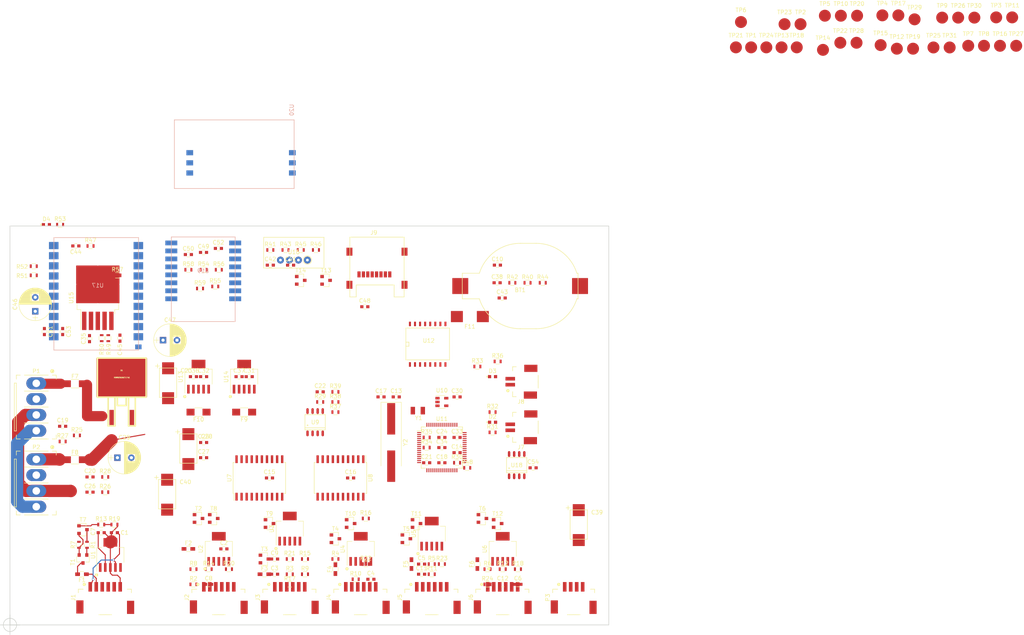
<source format=kicad_pcb>
(kicad_pcb (version 4) (host pcbnew 4.0.6)
  (layers (0 F.Cu signal) (31 B.Cu signal) (34 B.Paste user) (35 F.Paste user) (36 B.SilkS user) (37 F.SilkS user) (38 B.Mask user) (39 F.Mask user) (44 Edge.Cuts user))
  (net 0 "")
  (net 1 /RTC_BAT)
  (net 2 ~)
  (net 3 "Net-(C1-Pad1)")
  (net 4 "Net-(C2-Pad1)")
  (net 5 "Net-(C3-Pad1)")
  (net 6 "Net-(C4-Pad1)")
  (net 7 "Net-(C5-Pad1)")
  (net 8 "Net-(C6-Pad1)")
  (net 9 "Net-(C13-Pad1)")
  (net 10 "Net-(C14-Pad1)")
  (net 11 "Net-(C17-Pad1)")
  (net 12 "Net-(C18-Pad1)")
  (net 13 /BAT1_POM)
  (net 14 /BAT2_POM)
  (net 15 "Net-(C41-Pad1)")
  (net 16 "Net-(C43-Pad1)")
  (net 17 "Net-(C44-Pad1)")
  (net 18 "Net-(C45-Pad1)")
  (net 19 "Net-(C47-Pad1)")
  (net 20 "Net-(D1-Pad1)")
  (net 21 "Net-(D1-Pad3)")
  (net 22 "Net-(D2-Pad1)")
  (net 23 "Net-(D2-Pad2)")
  (net 24 "Net-(D3-Pad1)")
  (net 25 "Net-(D3-Pad2)")
  (net 26 "Net-(D4-Pad2)")
  (net 27 "Net-(F1-Pad1)")
  (net 28 "Net-(F1-Pad2)")
  (net 29 "Net-(F2-Pad1)")
  (net 30 "Net-(F2-Pad2)")
  (net 31 "Net-(F3-Pad1)")
  (net 32 "Net-(F3-Pad2)")
  (net 33 "Net-(F4-Pad1)")
  (net 34 "Net-(F4-Pad2)")
  (net 35 "Net-(F5-Pad1)")
  (net 36 "Net-(F5-Pad2)")
  (net 37 "Net-(F6-Pad1)")
  (net 38 "Net-(F6-Pad2)")
  (net 39 "Net-(F7-Pad1)")
  (net 40 "Net-(F8-Pad1)")
  (net 41 "Net-(F9-Pad2)")
  (net 42 "Net-(F10-Pad2)")
  (net 43 /485A)
  (net 44 /485B)
  (net 45 "Net-(J7-Pad1)")
  (net 46 "Net-(J8-Pad1)")
  (net 47 "Net-(J9-Pad1)")
  (net 48 /CS_uSD)
  (net 49 /SPI_MOSI)
  (net 50 /SPI_CLK)
  (net 51 /SPI_MISO)
  (net 52 "Net-(J9-Pad8)")
  (net 53 "Net-(P1-Pad2)")
  (net 54 "Net-(P2-Pad2)")
  (net 55 "Net-(P3-Pad1)")
  (net 56 "Net-(P3-Pad3)")
  (net 57 "Net-(R1-Pad1)")
  (net 58 "Net-(R1-Pad2)")
  (net 59 "Net-(R2-Pad1)")
  (net 60 "Net-(R2-Pad2)")
  (net 61 "Net-(R3-Pad1)")
  (net 62 "Net-(R3-Pad2)")
  (net 63 "Net-(R4-Pad1)")
  (net 64 "Net-(R10-Pad2)")
  (net 65 "Net-(R5-Pad1)")
  (net 66 "Net-(R11-Pad2)")
  (net 67 "Net-(R6-Pad1)")
  (net 68 "Net-(R12-Pad2)")
  (net 69 "Net-(R13-Pad1)")
  (net 70 /VBON6)
  (net 71 "Net-(R14-Pad1)")
  (net 72 "Net-(R15-Pad1)")
  (net 73 "Net-(R16-Pad1)")
  (net 74 "Net-(R17-Pad1)")
  (net 75 "Net-(R18-Pad1)")
  (net 76 /RESET)
  (net 77 "Net-(R34-Pad1)")
  (net 78 /485_RDE)
  (net 79 /LPURT1_RX)
  (net 80 /485_RO)
  (net 81 /LPURT1_TX)
  (net 82 /485_DI)
  (net 83 /I2C2_SCL)
  (net 84 "Net-(R41-Pad1)")
  (net 85 /DHT22_ON)
  (net 86 "Net-(R42-Pad2)")
  (net 87 "Net-(R43-Pad1)")
  (net 88 "Net-(R44-Pad1)")
  (net 89 /DHT22_DATA)
  (net 90 "Net-(R46-Pad1)")
  (net 91 /URT1_TX)
  (net 92 "Net-(R49-Pad1)")
  (net 93 "Net-(R51-Pad1)")
  (net 94 "Net-(R52-Pad1)")
  (net 95 /URT1_RX)
  (net 96 "Net-(R53-Pad1)")
  (net 97 "Net-(R55-Pad1)")
  (net 98 /URT2_RX)
  (net 99 "Net-(R56-Pad1)")
  (net 100 /URT2_TX)
  (net 101 "Net-(R57-Pad1)")
  (net 102 "Net-(R57-Pad2)")
  (net 103 "Net-(R58-Pad2)")
  (net 104 "Net-(R59-Pad2)")
  (net 105 /WDI)
  (net 106 /CS_ESP)
  (net 107 "Net-(U1-Pad5)")
  (net 108 /33ON6)
  (net 109 "Net-(U2-Pad5)")
  (net 110 "Net-(U3-Pad5)")
  (net 111 "Net-(U4-Pad1)")
  (net 112 "Net-(U5-Pad5)")
  (net 113 "Net-(U6-Pad5)")
  (net 114 /33LOE)
  (net 115 "Net-(U7-Pad2)")
  (net 116 /VON1)
  (net 117 /33ON1)
  (net 118 /33ON2)
  (net 119 /VON2)
  (net 120 /VON3)
  (net 121 /33ON3)
  (net 122 /33LE)
  (net 123 /33ON4)
  (net 124 /VON4)
  (net 125 /VON5)
  (net 126 /33ON5)
  (net 127 /VON6)
  (net 128 "Net-(U7-Pad19)")
  (net 129 /VBLOE)
  (net 130 "Net-(U8-Pad2)")
  (net 131 /VBON1)
  (net 132 /VBON2)
  (net 133 /VBON3)
  (net 134 /VBLE)
  (net 135 /VBON4)
  (net 136 /VBON5)
  (net 137 "Net-(U8-Pad19)")
  (net 138 "Net-(U10-Pad3)")
  (net 139 "Net-(U11-Pad2)")
  (net 140 /I2C2_SDA)
  (net 141 /CS_FLA)
  (net 142 /ESP_ON)
  (net 143 /GSM_ON)
  (net 144 /GSM_DTR)
  (net 145 /GSM_STAB_EN)
  (net 146 "Net-(U11-Pad54)")
  (net 147 "Net-(U11-Pad55)")
  (net 148 "Net-(U11-Pad56)")
  (net 149 "Net-(U11-Pad57)")
  (net 150 "Net-(U11-Pad58)")
  (net 151 SHDN_3.3V)
  (net 152 "Net-(U11-Pad61)")
  (net 153 "Net-(U11-Pad62)")
  (net 154 "Net-(U12-Pad3)")
  (net 155 "Net-(U12-Pad4)")
  (net 156 "Net-(U13-Pad5)")
  (net 157 "Net-(U14-Pad5)")
  (net 158 "Net-(U17-Pad6)")
  (net 159 "Net-(U17-Pad10)")
  (net 160 "Net-(U17-Pad12)")
  (net 161 "Net-(U17-Pad13)")
  (net 162 "Net-(U17-Pad16)")
  (net 163 "Net-(U17-Pad17)")
  (net 164 "Net-(U17-Pad18)")
  (net 165 "Net-(U17-Pad21)")
  (net 166 "Net-(U18-Pad3)")
  (net 167 "Net-(U18-Pad7)")
  (net 168 "Net-(U19-Pad13)")
  (net 169 "Net-(U19-Pad14)")
  (net 170 "Net-(U19-Pad4)")
  (net 171 "Net-(U19-Pad2)")
  (net 172 "Net-(U20-Pad5)")
  (module footprints:CONNFLY_DS1092-13-N8S (layer F.Cu) (at 142.8 89.045001)
    (fp_text reference BT1 (at 0 1) (layer F.SilkS))
    (fp_text value 3V3)
    (pad 1 smd rect (at -15 0) (size 4 4) (layers F.Cu F.Paste F.Mask) (net 1 /RTC_BAT))
    (pad 2 smd rect (at 15 0) (size 4 4) (layers F.Cu F.Paste F.Mask) (net 2 ~))
  )
  (module Capacitors_SMD:C_0603 (layer F.Cu) (at 41.162 150.876 180)
    (fp_text reference C1 (at -2.54 0 180) (layer F.SilkS))
    (fp_text value 1u)
    (pad 1 smd rect (at -0.75 0 180) (size 0.8 0.75) (layers F.Cu F.Paste F.Mask) (net 3 "Net-(C1-Pad1)"))
    (pad 2 smd rect (at 0.75 0 180) (size 0.8 0.75) (layers F.Cu F.Paste F.Mask) (net 2 ~))
  )
  (module Capacitors_SMD:C_0603 (layer F.Cu) (at 68.58 154.94)
    (fp_text reference C2 (at 0 -1.5) (layer F.SilkS))
    (fp_text value 1u)
    (pad 1 smd rect (at -0.75 0) (size 0.8 0.75) (layers F.Cu F.Paste F.Mask) (net 4 "Net-(C2-Pad1)"))
    (pad 2 smd rect (at 0.75 0) (size 0.8 0.75) (layers F.Cu F.Paste F.Mask) (net 2 ~))
  )
  (module Capacitors_SMD:C_0603 (layer F.Cu) (at 81.28 161.29)
    (fp_text reference C3 (at 0 -1.5) (layer F.SilkS))
    (fp_text value 1u)
    (pad 1 smd rect (at -0.75 0) (size 0.8 0.75) (layers F.Cu F.Paste F.Mask) (net 5 "Net-(C3-Pad1)"))
    (pad 2 smd rect (at 0.75 0) (size 0.8 0.75) (layers F.Cu F.Paste F.Mask) (net 2 ~))
  )
  (module Capacitors_SMD:C_0603 (layer F.Cu) (at 105.41 162.56)
    (fp_text reference C4 (at 0 -1.5) (layer F.SilkS))
    (fp_text value 1u)
    (pad 1 smd rect (at -0.75 0) (size 0.8 0.75) (layers F.Cu F.Paste F.Mask) (net 6 "Net-(C4-Pad1)"))
    (pad 2 smd rect (at 0.75 0) (size 0.8 0.75) (layers F.Cu F.Paste F.Mask) (net 2 ~))
  )
  (module Capacitors_SMD:C_0603 (layer F.Cu) (at 118.11 158.75)
    (fp_text reference C5 (at 0 -1.5) (layer F.SilkS))
    (fp_text value 1u)
    (pad 1 smd rect (at -0.75 0) (size 0.8 0.75) (layers F.Cu F.Paste F.Mask) (net 7 "Net-(C5-Pad1)"))
    (pad 2 smd rect (at 0.75 0) (size 0.8 0.75) (layers F.Cu F.Paste F.Mask) (net 2 ~))
  )
  (module Capacitors_SMD:C_0603 (layer F.Cu) (at 142.24 163.83)
    (fp_text reference C6 (at 0 -1.5) (layer F.SilkS))
    (fp_text value 1u)
    (pad 1 smd rect (at -0.75 0) (size 0.8 0.75) (layers F.Cu F.Paste F.Mask) (net 8 "Net-(C6-Pad1)"))
    (pad 2 smd rect (at 0.75 0) (size 0.8 0.75) (layers F.Cu F.Paste F.Mask) (net 2 ~))
  )
  (module Capacitors_SMD:C_0603 (layer F.Cu) (at 37.86 150.876)
    (fp_text reference C7 (at -2.032 -0.254 90) (layer F.SilkS))
    (fp_text value 1u)
    (pad 1 smd rect (at -0.75 0) (size 0.8 0.75) (layers F.Cu F.Paste F.Mask) (net 2 ~))
    (pad 2 smd rect (at 0.75 0) (size 0.8 0.75) (layers F.Cu F.Paste F.Mask) (net 2 ~))
  )
  (module Capacitors_SMD:C_0603 (layer F.Cu) (at 64.77 163.83)
    (fp_text reference C8 (at 0 -1.5) (layer F.SilkS))
    (fp_text value 1u)
    (pad 1 smd rect (at -0.75 0) (size 0.8 0.75) (layers F.Cu F.Paste F.Mask) (net 2 ~))
    (pad 2 smd rect (at 0.75 0) (size 0.8 0.75) (layers F.Cu F.Paste F.Mask) (net 2 ~))
  )
  (module Capacitors_SMD:C_0603 (layer F.Cu) (at 81.28 157.48)
    (fp_text reference C9 (at 0 -1.5) (layer F.SilkS))
    (fp_text value 1u)
    (pad 1 smd rect (at -0.75 0) (size 0.8 0.75) (layers F.Cu F.Paste F.Mask) (net 2 ~))
    (pad 2 smd rect (at 0.75 0) (size 0.8 0.75) (layers F.Cu F.Paste F.Mask) (net 2 ~))
  )
  (module Capacitors_SMD:C_0603 (layer F.Cu) (at 137.1 83.8)
    (fp_text reference C10 (at 0 -1.5) (layer F.SilkS))
    (fp_text value 1u)
    (pad 1 smd rect (at -0.75 0) (size 0.8 0.75) (layers F.Cu F.Paste F.Mask) (net 2 ~))
    (pad 2 smd rect (at 0.75 0) (size 0.8 0.75) (layers F.Cu F.Paste F.Mask) (net 2 ~))
  )
  (module Capacitors_SMD:C_0603 (layer F.Cu) (at 118.11 161.29)
    (fp_text reference C11 (at 0 -1.5) (layer F.SilkS))
    (fp_text value 1u)
    (pad 1 smd rect (at -0.75 0) (size 0.8 0.75) (layers F.Cu F.Paste F.Mask) (net 2 ~))
    (pad 2 smd rect (at 0.75 0) (size 0.8 0.75) (layers F.Cu F.Paste F.Mask) (net 2 ~))
  )
  (module Capacitors_SMD:C_0603 (layer F.Cu) (at 138.43 163.83)
    (fp_text reference C12 (at 0 -1.5) (layer F.SilkS))
    (fp_text value 1u)
    (pad 1 smd rect (at -0.75 0) (size 0.8 0.75) (layers F.Cu F.Paste F.Mask) (net 2 ~))
    (pad 2 smd rect (at 0.75 0) (size 0.8 0.75) (layers F.Cu F.Paste F.Mask) (net 2 ~))
  )
  (module Capacitors_SMD:C_0603 (layer F.Cu) (at 111.76 116.84)
    (fp_text reference C13 (at 0 -1.5) (layer F.SilkS))
    (fp_text value 12.5p)
    (pad 1 smd rect (at -0.75 0) (size 0.8 0.75) (layers F.Cu F.Paste F.Mask) (net 9 "Net-(C13-Pad1)"))
    (pad 2 smd rect (at 0.75 0) (size 0.8 0.75) (layers F.Cu F.Paste F.Mask) (net 2 ~))
  )
  (module Capacitors_SMD:C_0603 (layer F.Cu) (at 127 130.81)
    (fp_text reference C14 (at 0 -1.5) (layer F.SilkS))
    (fp_text value 18p)
    (pad 1 smd rect (at -0.75 0) (size 0.8 0.75) (layers F.Cu F.Paste F.Mask) (net 10 "Net-(C14-Pad1)"))
    (pad 2 smd rect (at 0.75 0) (size 0.8 0.75) (layers F.Cu F.Paste F.Mask) (net 2 ~))
  )
  (module Capacitors_SMD:C_0603 (layer F.Cu) (at 80.01 137.16)
    (fp_text reference C15 (at 0 -1.5) (layer F.SilkS))
    (fp_text value 100n)
    (pad 1 smd rect (at -0.75 0) (size 0.8 0.75) (layers F.Cu F.Paste F.Mask) (net 2 ~))
    (pad 2 smd rect (at 0.75 0) (size 0.8 0.75) (layers F.Cu F.Paste F.Mask) (net 2 ~))
  )
  (module Capacitors_SMD:C_0603 (layer F.Cu) (at 100.33 137.16)
    (fp_text reference C16 (at 0 -1.5) (layer F.SilkS))
    (fp_text value 100n)
    (pad 1 smd rect (at -0.75 0) (size 0.8 0.75) (layers F.Cu F.Paste F.Mask) (net 2 ~))
    (pad 2 smd rect (at 0.75 0) (size 0.8 0.75) (layers F.Cu F.Paste F.Mask) (net 2 ~))
  )
  (module Capacitors_SMD:C_0603 (layer F.Cu) (at 107.95 116.84)
    (fp_text reference C17 (at 0 -1.5) (layer F.SilkS))
    (fp_text value 12.5p)
    (pad 1 smd rect (at -0.75 0) (size 0.8 0.75) (layers F.Cu F.Paste F.Mask) (net 11 "Net-(C17-Pad1)"))
    (pad 2 smd rect (at 0.75 0) (size 0.8 0.75) (layers F.Cu F.Paste F.Mask) (net 2 ~))
  )
  (module Capacitors_SMD:C_0603 (layer F.Cu) (at 123.19 133.35)
    (fp_text reference C18 (at 0 -1.5) (layer F.SilkS))
    (fp_text value 18p)
    (pad 1 smd rect (at -0.75 0) (size 0.8 0.75) (layers F.Cu F.Paste F.Mask) (net 12 "Net-(C18-Pad1)"))
    (pad 2 smd rect (at 0.75 0) (size 0.8 0.75) (layers F.Cu F.Paste F.Mask) (net 2 ~))
  )
  (module Capacitors_SMD:C_0603 (layer F.Cu) (at 28.194 124.206)
    (fp_text reference C19 (at 0 -1.5) (layer F.SilkS))
    (fp_text value 1u)
    (pad 1 smd rect (at -0.75 0) (size 0.8 0.75) (layers F.Cu F.Paste F.Mask) (net 13 /BAT1_POM))
    (pad 2 smd rect (at 0.75 0) (size 0.8 0.75) (layers F.Cu F.Paste F.Mask) (net 2 ~))
  )
  (module Capacitors_SMD:C_0603 (layer F.Cu) (at 35.052 136.906)
    (fp_text reference C20 (at 0 -1.5) (layer F.SilkS))
    (fp_text value 1u)
    (pad 1 smd rect (at -0.75 0) (size 0.8 0.75) (layers F.Cu F.Paste F.Mask) (net 14 /BAT2_POM))
    (pad 2 smd rect (at 0.75 0) (size 0.8 0.75) (layers F.Cu F.Paste F.Mask) (net 2 ~))
  )
  (module Capacitors_SMD:C_0603 (layer F.Cu) (at 119.38 133.35)
    (fp_text reference C21 (at 0 -1.5) (layer F.SilkS))
    (fp_text value 100n)
    (pad 1 smd rect (at -0.75 0) (size 0.8 0.75) (layers F.Cu F.Paste F.Mask) (net 2 ~))
    (pad 2 smd rect (at 0.75 0) (size 0.8 0.75) (layers F.Cu F.Paste F.Mask) (net 2 ~))
  )
  (module Capacitors_SMD:C_0603 (layer F.Cu) (at 92.71 115.57)
    (fp_text reference C22 (at 0 -1.5) (layer F.SilkS))
    (fp_text value 100n)
    (pad 1 smd rect (at -0.75 0) (size 0.8 0.75) (layers F.Cu F.Paste F.Mask) (net 2 ~))
    (pad 2 smd rect (at 0.75 0) (size 0.8 0.75) (layers F.Cu F.Paste F.Mask) (net 2 ~))
  )
  (module footprints:2917in_7343mm (layer F.Cu) (at 54.61 113.03)
    (fp_text reference C23 (at 4.572 -2.794) (layer F.SilkS))
    (fp_text value 47u)
    (pad 1 smd rect (at 0 -3.363) (size 3 3) (layers F.Cu F.Paste F.Mask) (net 2 ~))
    (pad 2 smd rect (at 0 4.137) (size 3 3) (layers F.Cu F.Paste F.Mask) (net 2 ~))
  )
  (module Capacitors_SMD:C_0603 (layer F.Cu) (at 123.19 127)
    (fp_text reference C24 (at 0 -1.5) (layer F.SilkS))
    (fp_text value 100n)
    (pad 1 smd rect (at -0.75 0) (size 0.8 0.75) (layers F.Cu F.Paste F.Mask) (net 2 ~))
    (pad 2 smd rect (at 0.75 0) (size 0.8 0.75) (layers F.Cu F.Paste F.Mask) (net 2 ~))
  )
  (module Capacitors_SMD:C_0603 (layer F.Cu) (at 63.5 128.27)
    (fp_text reference C25 (at 0 -1.5) (layer F.SilkS))
    (fp_text value 1u)
    (pad 1 smd rect (at -0.75 0) (size 0.8 0.75) (layers F.Cu F.Paste F.Mask) (net 2 ~))
    (pad 2 smd rect (at 0.75 0) (size 0.8 0.75) (layers F.Cu F.Paste F.Mask) (net 2 ~))
  )
  (module Capacitors_SMD:C_0603 (layer F.Cu) (at 35.052 140.716)
    (fp_text reference C26 (at 0 -1.5) (layer F.SilkS))
    (fp_text value 100n)
    (pad 1 smd rect (at -0.75 0) (size 0.8 0.75) (layers F.Cu F.Paste F.Mask) (net 2 ~))
    (pad 2 smd rect (at 0.75 0) (size 0.8 0.75) (layers F.Cu F.Paste F.Mask) (net 2 ~))
  )
  (module Capacitors_SMD:C_0603 (layer F.Cu) (at 63.5 132.08)
    (fp_text reference C27 (at 0 -1.5) (layer F.SilkS))
    (fp_text value 100n)
    (pad 1 smd rect (at -0.75 0) (size 0.8 0.75) (layers F.Cu F.Paste F.Mask) (net 2 ~))
    (pad 2 smd rect (at 0.75 0) (size 0.8 0.75) (layers F.Cu F.Paste F.Mask) (net 2 ~))
  )
  (module footprints:2917in_7343mm (layer F.Cu) (at 59.69 129.54)
    (fp_text reference C28 (at 4.572 -2.794) (layer F.SilkS))
    (fp_text value 47u)
    (pad 1 smd rect (at 0 -3.363) (size 3 3) (layers F.Cu F.Paste F.Mask) (net 2 ~))
    (pad 2 smd rect (at 0 4.137) (size 3 3) (layers F.Cu F.Paste F.Mask) (net 2 ~))
  )
  (module Capacitors_THT:CP_Radial_D8.0mm_P3.50mm (layer F.Cu) (at 41.91 132.08)
    (fp_text reference C29 (at 1.75 -5.06) (layer F.SilkS))
    (fp_text value 1000u)
    (pad 1 thru_hole rect (at 0 0) (size 1.6 1.6) (drill 0.8) (layers *.Cu *.Mask) (net 2 ~))
    (pad 2 thru_hole circle (at 3.5 0) (size 1.6 1.6) (drill 0.8) (layers *.Cu *.Mask) (net 2 ~))
  )
  (module Capacitors_SMD:C_0603 (layer F.Cu) (at 127 116.84)
    (fp_text reference C30 (at 0 -1.5) (layer F.SilkS))
    (fp_text value 100n)
    (pad 1 smd rect (at -0.75 0) (size 0.8 0.75) (layers F.Cu F.Paste F.Mask) (net 2 ~))
    (pad 2 smd rect (at 0.75 0) (size 0.8 0.75) (layers F.Cu F.Paste F.Mask) (net 2 ~))
  )
  (module Capacitors_SMD:C_0603 (layer F.Cu) (at 74.93 111.76)
    (fp_text reference C31 (at 0 -1.5) (layer F.SilkS))
    (fp_text value 1u)
    (pad 1 smd rect (at -0.75 0) (size 0.8 0.75) (layers F.Cu F.Paste F.Mask) (net 2 ~))
    (pad 2 smd rect (at 0.75 0) (size 0.8 0.75) (layers F.Cu F.Paste F.Mask) (net 2 ~))
  )
  (module Capacitors_SMD:C_0603 (layer F.Cu) (at 63.5 111.76)
    (fp_text reference C32 (at 0 -1.5) (layer F.SilkS))
    (fp_text value 1u)
    (pad 1 smd rect (at -0.75 0) (size 0.8 0.75) (layers F.Cu F.Paste F.Mask) (net 2 ~))
    (pad 2 smd rect (at 0.75 0) (size 0.8 0.75) (layers F.Cu F.Paste F.Mask) (net 2 ~))
  )
  (module Capacitors_SMD:C_0603 (layer F.Cu) (at 127 127)
    (fp_text reference C33 (at 0 -1.5) (layer F.SilkS))
    (fp_text value 100n)
    (pad 1 smd rect (at -0.75 0) (size 0.8 0.75) (layers F.Cu F.Paste F.Mask) (net 2 ~))
    (pad 2 smd rect (at 0.75 0) (size 0.8 0.75) (layers F.Cu F.Paste F.Mask) (net 2 ~))
  )
  (module Capacitors_SMD:C_0603 (layer F.Cu) (at 123.19 129.54)
    (fp_text reference C34 (at 0 -1.5) (layer F.SilkS))
    (fp_text value 100n)
    (pad 1 smd rect (at -0.75 0) (size 0.8 0.75) (layers F.Cu F.Paste F.Mask) (net 2 ~))
    (pad 2 smd rect (at 0.75 0) (size 0.8 0.75) (layers F.Cu F.Paste F.Mask) (net 2 ~))
  )
  (module Capacitors_SMD:C_0603 (layer F.Cu) (at 34.925 102.235 90)
    (fp_text reference C35 (at 0 -1.5 90) (layer F.SilkS))
    (fp_text value 1u)
    (pad 1 smd rect (at -0.75 0 90) (size 0.8 0.75) (layers F.Cu F.Paste F.Mask) (net 2 ~))
    (pad 2 smd rect (at 0.75 0 90) (size 0.8 0.75) (layers F.Cu F.Paste F.Mask) (net 2 ~))
  )
  (module Capacitors_SMD:C_0603 (layer F.Cu) (at 60.96 111.76)
    (fp_text reference C36 (at 0 -1.5) (layer F.SilkS))
    (fp_text value 1u)
    (pad 1 smd rect (at -0.75 0) (size 0.8 0.75) (layers F.Cu F.Paste F.Mask) (net 2 ~))
    (pad 2 smd rect (at 0.75 0) (size 0.8 0.75) (layers F.Cu F.Paste F.Mask) (net 2 ~))
  )
  (module Capacitors_SMD:C_0603 (layer F.Cu) (at 72.39 111.76)
    (fp_text reference C37 (at 0 -1.5) (layer F.SilkS))
    (fp_text value 1u)
    (pad 1 smd rect (at -0.75 0) (size 0.8 0.75) (layers F.Cu F.Paste F.Mask) (net 2 ~))
    (pad 2 smd rect (at 0.75 0) (size 0.8 0.75) (layers F.Cu F.Paste F.Mask) (net 2 ~))
  )
  (module Capacitors_SMD:C_0603 (layer F.Cu) (at 137.03 88.23)
    (fp_text reference C38 (at 0 -1.5) (layer F.SilkS))
    (fp_text value 1n)
    (pad 1 smd rect (at -0.75 0) (size 0.8 0.75) (layers F.Cu F.Paste F.Mask) (net 1 /RTC_BAT))
    (pad 2 smd rect (at 0.75 0) (size 0.8 0.75) (layers F.Cu F.Paste F.Mask) (net 2 ~))
  )
  (module footprints:2917in_7343mm (layer F.Cu) (at 157.48 148.59)
    (fp_text reference C39 (at 4.572 -2.794) (layer F.SilkS))
    (fp_text value 47u)
    (pad 1 smd rect (at 0 -3.363) (size 3 3) (layers F.Cu F.Paste F.Mask) (net 2 ~))
    (pad 2 smd rect (at 0 4.137) (size 3 3) (layers F.Cu F.Paste F.Mask) (net 2 ~))
  )
  (module footprints:2917in_7343mm (layer F.Cu) (at 54.37 140.97)
    (fp_text reference C40 (at 4.572 -2.794) (layer F.SilkS))
    (fp_text value 47u)
    (pad 1 smd rect (at 0 -3.363) (size 3 3) (layers F.Cu F.Paste F.Mask) (net 2 ~))
    (pad 2 smd rect (at 0 4.137) (size 3 3) (layers F.Cu F.Paste F.Mask) (net 2 ~))
  )
  (module Capacitors_SMD:C_0603 (layer F.Cu) (at 85.2946 83.8082)
    (fp_text reference C41 (at 0 -1.5) (layer F.SilkS))
    (fp_text value 100n)
    (pad 1 smd rect (at -0.75 0) (size 0.8 0.75) (layers F.Cu F.Paste F.Mask) (net 15 "Net-(C41-Pad1)"))
    (pad 2 smd rect (at 0.75 0) (size 0.8 0.75) (layers F.Cu F.Paste F.Mask) (net 2 ~))
  )
  (module Capacitors_SMD:C_0603 (layer F.Cu) (at 80.2146 83.8082)
    (fp_text reference C42 (at 0 -1.5) (layer F.SilkS))
    (fp_text value 1n)
    (pad 1 smd rect (at -0.75 0) (size 0.8 0.75) (layers F.Cu F.Paste F.Mask) (net 15 "Net-(C41-Pad1)"))
    (pad 2 smd rect (at 0.75 0) (size 0.8 0.75) (layers F.Cu F.Paste F.Mask) (net 2 ~))
  )
  (module Capacitors_SMD:C_0603 (layer F.Cu) (at 138.3 92.04)
    (fp_text reference C43 (at 0 -1.5) (layer F.SilkS))
    (fp_text value 100n)
    (pad 1 smd rect (at -0.75 0) (size 0.8 0.75) (layers F.Cu F.Paste F.Mask) (net 16 "Net-(C43-Pad1)"))
    (pad 2 smd rect (at 0.75 0) (size 0.8 0.75) (layers F.Cu F.Paste F.Mask) (net 2 ~))
  )
  (module Capacitors_SMD:C_0603 (layer F.Cu) (at 31.496 78.994 180)
    (fp_text reference C44 (at 0 -1.5 180) (layer F.SilkS))
    (fp_text value 100p)
    (pad 1 smd rect (at -0.75 0 180) (size 0.8 0.75) (layers F.Cu F.Paste F.Mask) (net 17 "Net-(C44-Pad1)"))
    (pad 2 smd rect (at 0.75 0 180) (size 0.8 0.75) (layers F.Cu F.Paste F.Mask) (net 2 ~))
  )
  (module Capacitors_SMD:C_0603 (layer F.Cu) (at 42.545 102.108 90)
    (fp_text reference C45 (at -2.921 0 90) (layer F.SilkS))
    (fp_text value 1u)
    (pad 1 smd rect (at -0.75 0 90) (size 0.8 0.75) (layers F.Cu F.Paste F.Mask) (net 18 "Net-(C45-Pad1)"))
    (pad 2 smd rect (at 0.75 0 90) (size 0.8 0.75) (layers F.Cu F.Paste F.Mask) (net 2 ~))
  )
  (module Capacitors_THT:CP_Radial_D8.0mm_P3.50mm (layer F.Cu) (at 21.336 95.377 90)
    (fp_text reference C46 (at 1.75 -5.06 90) (layer F.SilkS))
    (fp_text value 1000u)
    (pad 1 thru_hole rect (at 0 0 90) (size 1.6 1.6) (drill 0.8) (layers *.Cu *.Mask) (net 18 "Net-(C45-Pad1)"))
    (pad 2 thru_hole circle (at 3.5 0 90) (size 1.6 1.6) (drill 0.8) (layers *.Cu *.Mask) (net 2 ~))
  )
  (module Capacitors_THT:CP_Radial_D8.0mm_P3.50mm (layer F.Cu) (at 53.34 102.616)
    (fp_text reference C47 (at 1.75 -5.06) (layer F.SilkS))
    (fp_text value 1000u)
    (pad 1 thru_hole rect (at 0 0) (size 1.6 1.6) (drill 0.8) (layers *.Cu *.Mask) (net 19 "Net-(C47-Pad1)"))
    (pad 2 thru_hole circle (at 3.5 0) (size 1.6 1.6) (drill 0.8) (layers *.Cu *.Mask) (net 2 ~))
  )
  (module Capacitors_SMD:C_0603 (layer F.Cu) (at 103.886 94.234)
    (fp_text reference C48 (at 0 -1.5) (layer F.SilkS))
    (fp_text value 100n)
    (pad 1 smd rect (at -0.75 0) (size 0.8 0.75) (layers F.Cu F.Paste F.Mask) (net 2 ~))
    (pad 2 smd rect (at 0.75 0) (size 0.8 0.75) (layers F.Cu F.Paste F.Mask) (net 2 ~))
  )
  (module Capacitors_SMD:C_0603 (layer F.Cu) (at 63.480952 80.618)
    (fp_text reference C49 (at 0 -1.5) (layer F.SilkS))
    (fp_text value 100n)
    (pad 1 smd rect (at -0.75 0) (size 0.8 0.75) (layers F.Cu F.Paste F.Mask) (net 19 "Net-(C47-Pad1)"))
    (pad 2 smd rect (at 0.75 0) (size 0.8 0.75) (layers F.Cu F.Paste F.Mask) (net 2 ~))
  )
  (module Capacitors_SMD:C_0603 (layer F.Cu) (at 59.69 81.153)
    (fp_text reference C50 (at 0 -1.5) (layer F.SilkS))
    (fp_text value 100n)
    (pad 1 smd rect (at -0.75 0) (size 0.8 0.75) (layers F.Cu F.Paste F.Mask) (net 2 ~))
    (pad 2 smd rect (at 0.75 0) (size 0.8 0.75) (layers F.Cu F.Paste F.Mask) (net 2 ~))
  )
  (module Capacitors_SMD:C_0603 (layer F.Cu) (at 23.622 100.457 270)
    (fp_text reference C51 (at 0 -1.5 270) (layer F.SilkS))
    (fp_text value 100p)
    (pad 1 smd rect (at -0.75 0 270) (size 0.8 0.75) (layers F.Cu F.Paste F.Mask) (net 18 "Net-(C45-Pad1)"))
    (pad 2 smd rect (at 0.75 0 270) (size 0.8 0.75) (layers F.Cu F.Paste F.Mask) (net 2 ~))
  )
  (module Capacitors_SMD:C_0603 (layer F.Cu) (at 67.212381 79.618)
    (fp_text reference C52 (at 0 -1.5) (layer F.SilkS))
    (fp_text value 1n)
    (pad 1 smd rect (at -0.75 0) (size 0.8 0.75) (layers F.Cu F.Paste F.Mask) (net 2 ~))
    (pad 2 smd rect (at 0.75 0) (size 0.8 0.75) (layers F.Cu F.Paste F.Mask) (net 2 ~))
  )
  (module Capacitors_SMD:C_0603 (layer F.Cu) (at 28.194 100.457 270)
    (fp_text reference C53 (at 0 -1.5 270) (layer F.SilkS))
    (fp_text value 100n)
    (pad 1 smd rect (at -0.75 0 270) (size 0.8 0.75) (layers F.Cu F.Paste F.Mask) (net 18 "Net-(C45-Pad1)"))
    (pad 2 smd rect (at 0.75 0 270) (size 0.8 0.75) (layers F.Cu F.Paste F.Mask) (net 2 ~))
  )
  (module Capacitors_SMD:C_0603 (layer F.Cu) (at 146.05 134.62)
    (fp_text reference C54 (at 0 -1.5) (layer F.SilkS))
    (fp_text value 100n)
    (pad 1 smd rect (at -0.75 0) (size 0.8 0.75) (layers F.Cu F.Paste F.Mask) (net 2 ~))
    (pad 2 smd rect (at 0.75 0) (size 0.8 0.75) (layers F.Cu F.Paste F.Mask) (net 2 ~))
  )
  (module footprints:D2PAK (layer F.Cu) (at 43 112)
    (fp_text reference D1 (at 0 -1.80086) (layer F.SilkS) (effects (font (size 0.29972 0.29972) (thickness 0.0762))))
    (fp_text value MBRB2535CTLT4G (at 0 0) (layer F.SilkS) (effects (font (size 0.29972 0.29972) (thickness 0.0762))))
    (pad 4 smd rect (at 0 0) (size 12.7 9.75106) (layers F.Cu F.Paste F.Mask) (net 2 ~))
    (pad 1 smd rect (at -2.54 10) (size 1.1 3.8) (layers F.Cu F.Paste F.Mask) (net 20 "Net-(D1-Pad1)"))
    (pad 3 smd rect (at 2.54 10) (size 1.1 3.8) (layers F.Cu F.Paste F.Mask) (net 21 "Net-(D1-Pad3)"))
  )
  (module footprints:LED_0603 (layer F.Cu) (at 135.89 123.19)
    (fp_text reference D2 (at 0 -1.4) (layer F.SilkS))
    (fp_text value RED)
    (pad 1 smd rect (at -0.75 0) (size 0.8 0.8) (layers F.Cu F.Paste F.Mask) (net 22 "Net-(D2-Pad1)"))
    (pad 2 smd rect (at 0.75 0) (size 0.8 0.8) (layers F.Cu F.Paste F.Mask) (net 23 "Net-(D2-Pad2)"))
  )
  (module footprints:LED_0603 (layer F.Cu) (at 135.89 111.76)
    (fp_text reference D3 (at 0 -1.4) (layer F.SilkS))
    (fp_text value GREEN)
    (pad 1 smd rect (at -0.75 0) (size 0.8 0.8) (layers F.Cu F.Paste F.Mask) (net 24 "Net-(D3-Pad1)"))
    (pad 2 smd rect (at 0.75 0) (size 0.8 0.8) (layers F.Cu F.Paste F.Mask) (net 25 "Net-(D3-Pad2)"))
  )
  (module footprints:LED_0603 (layer F.Cu) (at 24.13 73.66)
    (fp_text reference D4 (at 0 -1.4) (layer F.SilkS))
    (fp_text value GREEN)
    (pad 1 smd rect (at -0.75 0) (size 0.8 0.8) (layers F.Cu F.Paste F.Mask) (net 2 ~))
    (pad 2 smd rect (at 0.75 0) (size 0.8 0.8) (layers F.Cu F.Paste F.Mask) (net 26 "Net-(D4-Pad2)"))
  )
  (module Resistors_SMD:R_0603_HandSoldering (layer F.Cu) (at 33.034 161.29 180)
    (fp_text reference F1 (at 0 -1.45 180) (layer F.SilkS))
    (fp_text value 1A)
    (pad 1 smd rect (at -1.1 0 180) (size 1.2 0.9) (layers F.Cu F.Paste F.Mask) (net 27 "Net-(F1-Pad1)"))
    (pad 2 smd rect (at 1.1 0 180) (size 1.2 0.9) (layers F.Cu F.Paste F.Mask) (net 28 "Net-(F1-Pad2)"))
  )
  (module Resistors_SMD:R_0603_HandSoldering (layer F.Cu) (at 59.69 154.94)
    (fp_text reference F2 (at 0 -1.45) (layer F.SilkS))
    (fp_text value 1A)
    (pad 1 smd rect (at -1.1 0) (size 1.2 0.9) (layers F.Cu F.Paste F.Mask) (net 29 "Net-(F2-Pad1)"))
    (pad 2 smd rect (at 1.1 0) (size 1.2 0.9) (layers F.Cu F.Paste F.Mask) (net 30 "Net-(F2-Pad2)"))
  )
  (module Resistors_SMD:R_0603_HandSoldering (layer F.Cu) (at 78.74 161.29)
    (fp_text reference F3 (at 0 -1.45) (layer F.SilkS))
    (fp_text value 1A)
    (pad 1 smd rect (at -1.1 0) (size 1.2 0.9) (layers F.Cu F.Paste F.Mask) (net 31 "Net-(F3-Pad1)"))
    (pad 2 smd rect (at 1.1 0) (size 1.2 0.9) (layers F.Cu F.Paste F.Mask) (net 32 "Net-(F3-Pad2)"))
  )
  (module Resistors_SMD:R_0603_HandSoldering (layer F.Cu) (at 96.52 160.02 90)
    (fp_text reference F4 (at 0 -1.45 90) (layer F.SilkS))
    (fp_text value 1A)
    (pad 1 smd rect (at -1.1 0 90) (size 1.2 0.9) (layers F.Cu F.Paste F.Mask) (net 33 "Net-(F4-Pad1)"))
    (pad 2 smd rect (at 1.1 0 90) (size 1.2 0.9) (layers F.Cu F.Paste F.Mask) (net 34 "Net-(F4-Pad2)"))
  )
  (module Resistors_SMD:R_0603_HandSoldering (layer F.Cu) (at 115.57 158.75 90)
    (fp_text reference F5 (at 0 -1.45 90) (layer F.SilkS))
    (fp_text value 1A)
    (pad 1 smd rect (at -1.1 0 90) (size 1.2 0.9) (layers F.Cu F.Paste F.Mask) (net 35 "Net-(F5-Pad1)"))
    (pad 2 smd rect (at 1.1 0 90) (size 1.2 0.9) (layers F.Cu F.Paste F.Mask) (net 36 "Net-(F5-Pad2)"))
  )
  (module Resistors_SMD:R_0603_HandSoldering (layer F.Cu) (at 132.08 158.75 90)
    (fp_text reference F6 (at 0 -1.45 90) (layer F.SilkS))
    (fp_text value 1A)
    (pad 1 smd rect (at -1.1 0 90) (size 1.2 0.9) (layers F.Cu F.Paste F.Mask) (net 37 "Net-(F6-Pad1)"))
    (pad 2 smd rect (at 1.1 0 90) (size 1.2 0.9) (layers F.Cu F.Paste F.Mask) (net 38 "Net-(F6-Pad2)"))
  )
  (module Resistors_SMD:R_1206_HandSoldering (layer F.Cu) (at 31.256 113.538)
    (fp_text reference F7 (at 0 -1.85) (layer F.SilkS))
    (fp_text value 7A)
    (pad 1 smd rect (at -2 0) (size 2 1.7) (layers F.Cu F.Paste F.Mask) (net 39 "Net-(F7-Pad1)"))
    (pad 2 smd rect (at 2 0) (size 2 1.7) (layers F.Cu F.Paste F.Mask) (net 21 "Net-(D1-Pad3)"))
  )
  (module Resistors_SMD:R_1206_HandSoldering (layer F.Cu) (at 31.256 132.588)
    (fp_text reference F8 (at 0 -1.85) (layer F.SilkS))
    (fp_text value 7A)
    (pad 1 smd rect (at -2 0) (size 2 1.7) (layers F.Cu F.Paste F.Mask) (net 40 "Net-(F8-Pad1)"))
    (pad 2 smd rect (at 2 0) (size 2 1.7) (layers F.Cu F.Paste F.Mask) (net 20 "Net-(D1-Pad1)"))
  )
  (module Resistors_SMD:R_1206_HandSoldering (layer F.Cu) (at 73.66 120.65 180)
    (fp_text reference F9 (at 0 -1.85 180) (layer F.SilkS))
    (fp_text value 250mA)
    (pad 1 smd rect (at -2 0 180) (size 2 1.7) (layers F.Cu F.Paste F.Mask) (net 2 ~))
    (pad 2 smd rect (at 2 0 180) (size 2 1.7) (layers F.Cu F.Paste F.Mask) (net 41 "Net-(F9-Pad2)"))
  )
  (module Resistors_SMD:R_1206_HandSoldering (layer F.Cu) (at 62.23 120.65 180)
    (fp_text reference F10 (at 0 -1.85 180) (layer F.SilkS))
    (fp_text value 250mA)
    (pad 1 smd rect (at -2 0 180) (size 2 1.7) (layers F.Cu F.Paste F.Mask) (net 2 ~))
    (pad 2 smd rect (at 2 0 180) (size 2 1.7) (layers F.Cu F.Paste F.Mask) (net 42 "Net-(F10-Pad2)"))
  )
  (module footprints:SCHURTER_BEZPIECZNIK_OMF63_7.4x3.1 (layer F.Cu) (at 130.2 96.7)
    (fp_text reference F11 (at 0 2.5) (layer F.SilkS))
    (fp_text value 63mA)
    (pad 1 smd rect (at -3.25 0) (size 3 2.8) (layers F.Cu F.Paste F.Mask) (net 16 "Net-(C43-Pad1)"))
    (pad 2 smd rect (at 3.25 0) (size 3 2.8) (layers F.Cu F.Paste F.Mask) (net 2 ~))
  )
  (module footprints:MX-502584-0670 (layer F.Cu) (at 38.862 171.45)
    (fp_text reference J1 (at -8 -4.3 90) (layer F.SilkS))
    (fp_text value HSP2_MX-502584-0670)
    (pad 1 smd rect (at -3.75 -7) (size 0.9 2.4) (layers F.Cu F.Paste F.Mask) (net 3 "Net-(C1-Pad1)"))
    (pad 2 smd rect (at -2.25 -7) (size 0.9 2.4) (layers F.Cu F.Paste F.Mask) (net 27 "Net-(F1-Pad1)"))
    (pad 3 smd rect (at -0.75 -7) (size 0.9 2.4) (layers F.Cu F.Paste F.Mask) (net 2 ~))
    (pad 4 smd rect (at 0.75 -7) (size 0.9 2.4) (layers F.Cu F.Paste F.Mask) (net 43 /485A))
    (pad 5 smd rect (at 2.25 -7) (size 0.9 2.4) (layers F.Cu F.Paste F.Mask) (net 44 /485B))
    (pad 6 smd rect (at 3.75 -7) (size 0.9 2.4) (layers F.Cu F.Paste F.Mask) (net 2 ~))
    (pad "" smd rect (at -6.35 -1.95) (size 1.8 3.3) (layers F.Cu F.Paste F.Mask))
    (pad "" smd rect (at 6.35 -1.85) (size 1.8 3.3) (layers F.Cu F.Paste F.Mask))
  )
  (module footprints:MX-502584-0670 (layer F.Cu) (at 67.31 171.45)
    (fp_text reference J2 (at -8 -4.3 90) (layer F.SilkS))
    (fp_text value HSP2_MX-502584-0670)
    (pad 1 smd rect (at -3.75 -7) (size 0.9 2.4) (layers F.Cu F.Paste F.Mask) (net 4 "Net-(C2-Pad1)"))
    (pad 2 smd rect (at -2.25 -7) (size 0.9 2.4) (layers F.Cu F.Paste F.Mask) (net 29 "Net-(F2-Pad1)"))
    (pad 3 smd rect (at -0.75 -7) (size 0.9 2.4) (layers F.Cu F.Paste F.Mask) (net 2 ~))
    (pad 4 smd rect (at 0.75 -7) (size 0.9 2.4) (layers F.Cu F.Paste F.Mask) (net 43 /485A))
    (pad 5 smd rect (at 2.25 -7) (size 0.9 2.4) (layers F.Cu F.Paste F.Mask) (net 44 /485B))
    (pad 6 smd rect (at 3.75 -7) (size 0.9 2.4) (layers F.Cu F.Paste F.Mask) (net 2 ~))
    (pad "" smd rect (at -6.35 -1.95) (size 1.8 3.3) (layers F.Cu F.Paste F.Mask))
    (pad "" smd rect (at 6.35 -1.85) (size 1.8 3.3) (layers F.Cu F.Paste F.Mask))
  )
  (module footprints:MX-502584-0670 (layer F.Cu) (at 85.09 171.45)
    (fp_text reference J3 (at -8 -4.3 90) (layer F.SilkS))
    (fp_text value HSP2_MX-502584-0670)
    (pad 1 smd rect (at -3.75 -7) (size 0.9 2.4) (layers F.Cu F.Paste F.Mask) (net 5 "Net-(C3-Pad1)"))
    (pad 2 smd rect (at -2.25 -7) (size 0.9 2.4) (layers F.Cu F.Paste F.Mask) (net 31 "Net-(F3-Pad1)"))
    (pad 3 smd rect (at -0.75 -7) (size 0.9 2.4) (layers F.Cu F.Paste F.Mask) (net 2 ~))
    (pad 4 smd rect (at 0.75 -7) (size 0.9 2.4) (layers F.Cu F.Paste F.Mask) (net 43 /485A))
    (pad 5 smd rect (at 2.25 -7) (size 0.9 2.4) (layers F.Cu F.Paste F.Mask) (net 44 /485B))
    (pad 6 smd rect (at 3.75 -7) (size 0.9 2.4) (layers F.Cu F.Paste F.Mask) (net 2 ~))
    (pad "" smd rect (at -6.35 -1.95) (size 1.8 3.3) (layers F.Cu F.Paste F.Mask))
    (pad "" smd rect (at 6.35 -1.85) (size 1.8 3.3) (layers F.Cu F.Paste F.Mask))
  )
  (module footprints:MX-502584-0670 (layer F.Cu) (at 102.87 171.45)
    (fp_text reference J4 (at -8 -4.3 90) (layer F.SilkS))
    (fp_text value HSP2_MX-502584-0670)
    (pad 1 smd rect (at -3.75 -7) (size 0.9 2.4) (layers F.Cu F.Paste F.Mask) (net 6 "Net-(C4-Pad1)"))
    (pad 2 smd rect (at -2.25 -7) (size 0.9 2.4) (layers F.Cu F.Paste F.Mask) (net 33 "Net-(F4-Pad1)"))
    (pad 3 smd rect (at -0.75 -7) (size 0.9 2.4) (layers F.Cu F.Paste F.Mask) (net 2 ~))
    (pad 4 smd rect (at 0.75 -7) (size 0.9 2.4) (layers F.Cu F.Paste F.Mask) (net 43 /485A))
    (pad 5 smd rect (at 2.25 -7) (size 0.9 2.4) (layers F.Cu F.Paste F.Mask) (net 44 /485B))
    (pad 6 smd rect (at 3.75 -7) (size 0.9 2.4) (layers F.Cu F.Paste F.Mask) (net 2 ~))
    (pad "" smd rect (at -6.35 -1.95) (size 1.8 3.3) (layers F.Cu F.Paste F.Mask))
    (pad "" smd rect (at 6.35 -1.85) (size 1.8 3.3) (layers F.Cu F.Paste F.Mask))
  )
  (module footprints:MX-502584-0670 (layer F.Cu) (at 120.65 171.45)
    (fp_text reference J5 (at -8 -4.3 90) (layer F.SilkS))
    (fp_text value HSP2_MX-502584-0670)
    (pad 1 smd rect (at -3.75 -7) (size 0.9 2.4) (layers F.Cu F.Paste F.Mask) (net 7 "Net-(C5-Pad1)"))
    (pad 2 smd rect (at -2.25 -7) (size 0.9 2.4) (layers F.Cu F.Paste F.Mask) (net 35 "Net-(F5-Pad1)"))
    (pad 3 smd rect (at -0.75 -7) (size 0.9 2.4) (layers F.Cu F.Paste F.Mask) (net 2 ~))
    (pad 4 smd rect (at 0.75 -7) (size 0.9 2.4) (layers F.Cu F.Paste F.Mask) (net 43 /485A))
    (pad 5 smd rect (at 2.25 -7) (size 0.9 2.4) (layers F.Cu F.Paste F.Mask) (net 44 /485B))
    (pad 6 smd rect (at 3.75 -7) (size 0.9 2.4) (layers F.Cu F.Paste F.Mask) (net 2 ~))
    (pad "" smd rect (at -6.35 -1.95) (size 1.8 3.3) (layers F.Cu F.Paste F.Mask))
    (pad "" smd rect (at 6.35 -1.85) (size 1.8 3.3) (layers F.Cu F.Paste F.Mask))
  )
  (module footprints:MX-502584-0670 (layer F.Cu) (at 138.43 171.45)
    (fp_text reference J6 (at -8 -4.3 90) (layer F.SilkS))
    (fp_text value HSP2_MX-502584-0670)
    (pad 1 smd rect (at -3.75 -7) (size 0.9 2.4) (layers F.Cu F.Paste F.Mask) (net 8 "Net-(C6-Pad1)"))
    (pad 2 smd rect (at -2.25 -7) (size 0.9 2.4) (layers F.Cu F.Paste F.Mask) (net 37 "Net-(F6-Pad1)"))
    (pad 3 smd rect (at -0.75 -7) (size 0.9 2.4) (layers F.Cu F.Paste F.Mask) (net 2 ~))
    (pad 4 smd rect (at 0.75 -7) (size 0.9 2.4) (layers F.Cu F.Paste F.Mask) (net 43 /485A))
    (pad 5 smd rect (at 2.25 -7) (size 0.9 2.4) (layers F.Cu F.Paste F.Mask) (net 44 /485B))
    (pad 6 smd rect (at 3.75 -7) (size 0.9 2.4) (layers F.Cu F.Paste F.Mask) (net 2 ~))
    (pad "" smd rect (at -6.35 -1.95) (size 1.8 3.3) (layers F.Cu F.Paste F.Mask))
    (pad "" smd rect (at 6.35 -1.85) (size 1.8 3.3) (layers F.Cu F.Paste F.Mask))
  )
  (module footprints:MX-502584-0270 (layer F.Cu) (at 147.32 124.46 90)
    (fp_text reference J7 (at -5 -4.3 180) (layer F.SilkS))
    (fp_text value CONN_02X01)
    (pad 1 smd rect (at -0.75 -7 90) (size 0.9 2.4) (layers F.Cu F.Paste F.Mask) (net 45 "Net-(J7-Pad1)"))
    (pad 2 smd rect (at 0.75 -7 90) (size 0.9 2.4) (layers F.Cu F.Paste F.Mask) (net 22 "Net-(D2-Pad1)"))
    (pad "" smd rect (at -3.35 -1.95 90) (size 1.8 3.3) (layers F.Cu F.Paste F.Mask))
    (pad "" smd rect (at 3.35 -1.85 90) (size 1.8 3.3) (layers F.Cu F.Paste F.Mask))
  )
  (module footprints:MX-502584-0270 (layer F.Cu) (at 147.32 113.03 90)
    (fp_text reference J8 (at -5 -4.3 180) (layer F.SilkS))
    (fp_text value CONN_02X01)
    (pad 1 smd rect (at -0.75 -7 90) (size 0.9 2.4) (layers F.Cu F.Paste F.Mask) (net 46 "Net-(J8-Pad1)"))
    (pad 2 smd rect (at 0.75 -7 90) (size 0.9 2.4) (layers F.Cu F.Paste F.Mask) (net 24 "Net-(D3-Pad1)"))
    (pad "" smd rect (at -3.35 -1.95 90) (size 1.8 3.3) (layers F.Cu F.Paste F.Mask))
    (pad "" smd rect (at 3.35 -1.85 90) (size 1.8 3.3) (layers F.Cu F.Paste F.Mask))
  )
  (module footprints:ATTEND_uSD_112C_TXAR_R01 (layer F.Cu) (at 106.934 84.582 180)
    (fp_text reference J9 (at 0.8 8.9 180) (layer F.SilkS))
    (fp_text value microSD)
    (pad 9 smd rect (at -6.9 4.15 180) (size 1.5 2) (layers F.Cu F.Paste F.Mask) (net 2 ~))
    (pad 10 smd rect (at -6.9 -4.15 180) (size 1.5 2) (layers F.Cu F.Paste F.Mask) (net 2 ~))
    (pad 11 smd rect (at 6.9 -4.15 180) (size 1.5 2) (layers F.Cu F.Paste F.Mask) (net 2 ~))
    (pad 12 smd rect (at 6.9 4.15 180) (size 1.5 2) (layers F.Cu F.Paste F.Mask) (net 2 ~))
    (pad 1 smd rect (at -3.2 -1.55 180) (size 0.8 1.5) (layers F.Cu F.Paste F.Mask) (net 47 "Net-(J9-Pad1)"))
    (pad 2 smd rect (at -2.1 -1.55 180) (size 0.8 1.5) (layers F.Cu F.Paste F.Mask) (net 48 /CS_uSD))
    (pad 3 smd rect (at -1 -1.55 180) (size 0.8 1.5) (layers F.Cu F.Paste F.Mask) (net 49 /SPI_MOSI))
    (pad 4 smd rect (at 0.1 -1.55 180) (size 0.8 1.5) (layers F.Cu F.Paste F.Mask) (net 2 ~))
    (pad 5 smd rect (at 1.2 -1.55 180) (size 0.8 1.5) (layers F.Cu F.Paste F.Mask) (net 50 /SPI_CLK))
    (pad 6 smd rect (at 2.3 -1.55 180) (size 0.8 1.5) (layers F.Cu F.Paste F.Mask) (net 2 ~))
    (pad 7 smd rect (at 3.4 -1.55 180) (size 0.8 1.5) (layers F.Cu F.Paste F.Mask) (net 51 /SPI_MISO))
    (pad 8 smd rect (at 4.5 -1.55 180) (size 0.8 1.5) (layers F.Cu F.Paste F.Mask) (net 52 "Net-(J9-Pad8)"))
  )
  (module footprints:MX-171813-0004 (layer F.Cu) (at 21.59 119.38 270)
    (fp_text reference P1 (at -9 0 360) (layer F.SilkS))
    (fp_text value "Gniazdo akumulatora")
    (pad 1 thru_hole oval (at -5.94 0 270) (size 3 5) (drill 1.9) (layers *.Cu *.Mask) (net 39 "Net-(F7-Pad1)"))
    (pad 2 thru_hole oval (at -1.98 0 270) (size 3 5) (drill 1.9) (layers *.Cu *.Mask) (net 53 "Net-(P1-Pad2)"))
    (pad 3 thru_hole oval (at 1.98 0 270) (size 3 5) (drill 1.9) (layers *.Cu *.Mask) (net 2 ~))
    (pad 4 thru_hole oval (at 5.94 0 270) (size 3 5) (drill 1.9) (layers *.Cu *.Mask) (net 2 ~))
  )
  (module footprints:MX-171813-0004 (layer F.Cu) (at 21.59 138.43 270)
    (fp_text reference P2 (at -9 0 360) (layer F.SilkS))
    (fp_text value "Gniazdo akumulatora")
    (pad 1 thru_hole oval (at -5.94 0 270) (size 3 5) (drill 1.9) (layers *.Cu *.Mask) (net 40 "Net-(F8-Pad1)"))
    (pad 2 thru_hole oval (at -1.98 0 270) (size 3 5) (drill 1.9) (layers *.Cu *.Mask) (net 54 "Net-(P2-Pad2)"))
    (pad 3 thru_hole oval (at 1.98 0 270) (size 3 5) (drill 1.9) (layers *.Cu *.Mask) (net 2 ~))
    (pad 4 thru_hole oval (at 5.94 0 270) (size 3 5) (drill 1.9) (layers *.Cu *.Mask) (net 2 ~))
  )
  (module footprints:MX-502584-0470 (layer F.Cu) (at 156.21 171.45)
    (fp_text reference P3 (at -6.5 -4.3 90) (layer F.SilkS))
    (fp_text value "Gniazdo programatora SWD")
    (pad 1 smd rect (at -2.25 -7) (size 0.9 2.4) (layers F.Cu F.Paste F.Mask) (net 55 "Net-(P3-Pad1)"))
    (pad 2 smd rect (at -0.75 -7) (size 0.9 2.4) (layers F.Cu F.Paste F.Mask) (net 2 ~))
    (pad 3 smd rect (at 0.75 -7) (size 0.9 2.4) (layers F.Cu F.Paste F.Mask) (net 56 "Net-(P3-Pad3)"))
    (pad 4 smd rect (at 2.25 -7) (size 0.9 2.4) (layers F.Cu F.Paste F.Mask) (net 2 ~))
    (pad "" smd rect (at -4.85 -1.95) (size 1.8 3.3) (layers F.Cu F.Paste F.Mask))
    (pad "" smd rect (at 4.85 -1.85) (size 1.8 3.3) (layers F.Cu F.Paste F.Mask))
  )
  (module Resistors_SMD:R_0603 (layer F.Cu) (at 34.304 153.924 90)
    (fp_text reference R1 (at 0 1.524 90) (layer F.SilkS))
    (fp_text value 1k)
    (pad 1 smd rect (at -0.75 0 90) (size 0.5 0.9) (layers F.Cu F.Paste F.Mask) (net 57 "Net-(R1-Pad1)"))
    (pad 2 smd rect (at 0.75 0 90) (size 0.5 0.9) (layers F.Cu F.Paste F.Mask) (net 58 "Net-(R1-Pad2)"))
  )
  (module Resistors_SMD:R_0603 (layer F.Cu) (at 60.96 163.83)
    (fp_text reference R2 (at 0 -1.45) (layer F.SilkS))
    (fp_text value 1k)
    (pad 1 smd rect (at -0.75 0) (size 0.5 0.9) (layers F.Cu F.Paste F.Mask) (net 59 "Net-(R2-Pad1)"))
    (pad 2 smd rect (at 0.75 0) (size 0.5 0.9) (layers F.Cu F.Paste F.Mask) (net 60 "Net-(R2-Pad2)"))
  )
  (module Resistors_SMD:R_0603 (layer F.Cu) (at 85.09 161.29)
    (fp_text reference R3 (at 0 -1.45) (layer F.SilkS))
    (fp_text value 1k)
    (pad 1 smd rect (at -0.75 0) (size 0.5 0.9) (layers F.Cu F.Paste F.Mask) (net 61 "Net-(R3-Pad1)"))
    (pad 2 smd rect (at 0.75 0) (size 0.5 0.9) (layers F.Cu F.Paste F.Mask) (net 62 "Net-(R3-Pad2)"))
  )
  (module Resistors_SMD:R_0603 (layer F.Cu) (at 96.52 157.48)
    (fp_text reference R4 (at 0 -1.45) (layer F.SilkS))
    (fp_text value 1k)
    (pad 1 smd rect (at -0.75 0) (size 0.5 0.9) (layers F.Cu F.Paste F.Mask) (net 63 "Net-(R4-Pad1)"))
    (pad 2 smd rect (at 0.75 0) (size 0.5 0.9) (layers F.Cu F.Paste F.Mask) (net 64 "Net-(R10-Pad2)"))
  )
  (module Resistors_SMD:R_0603 (layer F.Cu) (at 120.65 158.75)
    (fp_text reference R5 (at 0 -1.45) (layer F.SilkS))
    (fp_text value 1k)
    (pad 1 smd rect (at -0.75 0) (size 0.5 0.9) (layers F.Cu F.Paste F.Mask) (net 65 "Net-(R5-Pad1)"))
    (pad 2 smd rect (at 0.75 0) (size 0.5 0.9) (layers F.Cu F.Paste F.Mask) (net 66 "Net-(R11-Pad2)"))
  )
  (module Resistors_SMD:R_0603 (layer F.Cu) (at 134.62 160.02)
    (fp_text reference R6 (at 0 -1.45) (layer F.SilkS))
    (fp_text value 1k)
    (pad 1 smd rect (at -0.75 0) (size 0.5 0.9) (layers F.Cu F.Paste F.Mask) (net 67 "Net-(R6-Pad1)"))
    (pad 2 smd rect (at 0.75 0) (size 0.5 0.9) (layers F.Cu F.Paste F.Mask) (net 68 "Net-(R12-Pad2)"))
  )
  (module Resistors_SMD:R_0603 (layer F.Cu) (at 32.272 153.924 90)
    (fp_text reference R7 (at 0 -1.45 90) (layer F.SilkS))
    (fp_text value 100k)
    (pad 1 smd rect (at -0.75 0 90) (size 0.5 0.9) (layers F.Cu F.Paste F.Mask) (net 2 ~))
    (pad 2 smd rect (at 0.75 0 90) (size 0.5 0.9) (layers F.Cu F.Paste F.Mask) (net 58 "Net-(R1-Pad2)"))
  )
  (module Resistors_SMD:R_0603 (layer F.Cu) (at 60.96 160.02)
    (fp_text reference R8 (at 0 -1.45) (layer F.SilkS))
    (fp_text value 100k)
    (pad 1 smd rect (at -0.75 0) (size 0.5 0.9) (layers F.Cu F.Paste F.Mask) (net 2 ~))
    (pad 2 smd rect (at 0.75 0) (size 0.5 0.9) (layers F.Cu F.Paste F.Mask) (net 60 "Net-(R2-Pad2)"))
  )
  (module Resistors_SMD:R_0603 (layer F.Cu) (at 88.9 161.29)
    (fp_text reference R9 (at 0 -1.45) (layer F.SilkS))
    (fp_text value 100k)
    (pad 1 smd rect (at -0.75 0) (size 0.5 0.9) (layers F.Cu F.Paste F.Mask) (net 2 ~))
    (pad 2 smd rect (at 0.75 0) (size 0.5 0.9) (layers F.Cu F.Paste F.Mask) (net 62 "Net-(R3-Pad2)"))
  )
  (module Resistors_SMD:R_0603 (layer F.Cu) (at 101.6 162.56)
    (fp_text reference R10 (at 0 -1.45) (layer F.SilkS))
    (fp_text value 100k)
    (pad 1 smd rect (at -0.75 0) (size 0.5 0.9) (layers F.Cu F.Paste F.Mask) (net 2 ~))
    (pad 2 smd rect (at 0.75 0) (size 0.5 0.9) (layers F.Cu F.Paste F.Mask) (net 64 "Net-(R10-Pad2)"))
  )
  (module Resistors_SMD:R_0603 (layer F.Cu) (at 120.65 161.29)
    (fp_text reference R11 (at 0 -1.45) (layer F.SilkS))
    (fp_text value 100k)
    (pad 1 smd rect (at -0.75 0) (size 0.5 0.9) (layers F.Cu F.Paste F.Mask) (net 2 ~))
    (pad 2 smd rect (at 0.75 0) (size 0.5 0.9) (layers F.Cu F.Paste F.Mask) (net 66 "Net-(R11-Pad2)"))
  )
  (module Resistors_SMD:R_0603 (layer F.Cu) (at 138.43 160.02)
    (fp_text reference R12 (at 0 -1.45) (layer F.SilkS))
    (fp_text value 100k)
    (pad 1 smd rect (at -0.75 0) (size 0.5 0.9) (layers F.Cu F.Paste F.Mask) (net 2 ~))
    (pad 2 smd rect (at 0.75 0) (size 0.5 0.9) (layers F.Cu F.Paste F.Mask) (net 68 "Net-(R12-Pad2)"))
  )
  (module Resistors_SMD:R_0603 (layer F.Cu) (at 37.86 148.844)
    (fp_text reference R13 (at 0 -1.45) (layer F.SilkS))
    (fp_text value 1k)
    (pad 1 smd rect (at -0.75 0) (size 0.5 0.9) (layers F.Cu F.Paste F.Mask) (net 69 "Net-(R13-Pad1)"))
    (pad 2 smd rect (at 0.75 0) (size 0.5 0.9) (layers F.Cu F.Paste F.Mask) (net 70 /VBON6))
  )
  (module Resistors_SMD:R_0603 (layer F.Cu) (at 64.77 160.02)
    (fp_text reference R14 (at 0 -1.45) (layer F.SilkS))
    (fp_text value 1k)
    (pad 1 smd rect (at -0.75 0) (size 0.5 0.9) (layers F.Cu F.Paste F.Mask) (net 71 "Net-(R14-Pad1)"))
    (pad 2 smd rect (at 0.75 0) (size 0.5 0.9) (layers F.Cu F.Paste F.Mask) (net 70 /VBON6))
  )
  (module Resistors_SMD:R_0603 (layer F.Cu) (at 88.9 157.48)
    (fp_text reference R15 (at 0 -1.45) (layer F.SilkS))
    (fp_text value 1k)
    (pad 1 smd rect (at -0.75 0) (size 0.5 0.9) (layers F.Cu F.Paste F.Mask) (net 72 "Net-(R15-Pad1)"))
    (pad 2 smd rect (at 0.75 0) (size 0.5 0.9) (layers F.Cu F.Paste F.Mask) (net 70 /VBON6))
  )
  (module Resistors_SMD:R_0603 (layer F.Cu) (at 104.14 147.32)
    (fp_text reference R16 (at 0 -1.45) (layer F.SilkS))
    (fp_text value 1k)
    (pad 1 smd rect (at -0.75 0) (size 0.5 0.9) (layers F.Cu F.Paste F.Mask) (net 73 "Net-(R16-Pad1)"))
    (pad 2 smd rect (at 0.75 0) (size 0.5 0.9) (layers F.Cu F.Paste F.Mask) (net 70 /VBON6))
  )
  (module Resistors_SMD:R_0603 (layer F.Cu) (at 85.09 163.83)
    (fp_text reference R17 (at 0 -1.45) (layer F.SilkS))
    (fp_text value 1k)
    (pad 1 smd rect (at -0.75 0) (size 0.5 0.9) (layers F.Cu F.Paste F.Mask) (net 74 "Net-(R17-Pad1)"))
    (pad 2 smd rect (at 0.75 0) (size 0.5 0.9) (layers F.Cu F.Paste F.Mask) (net 70 /VBON6))
  )
  (module Resistors_SMD:R_0603 (layer F.Cu) (at 142.24 160.02)
    (fp_text reference R18 (at 0 -1.45) (layer F.SilkS))
    (fp_text value 1k)
    (pad 1 smd rect (at -0.75 0) (size 0.5 0.9) (layers F.Cu F.Paste F.Mask) (net 75 "Net-(R18-Pad1)"))
    (pad 2 smd rect (at 0.75 0) (size 0.5 0.9) (layers F.Cu F.Paste F.Mask) (net 70 /VBON6))
  )
  (module Resistors_SMD:R_0603 (layer F.Cu) (at 41.162 148.844)
    (fp_text reference R19 (at 0 -1.45) (layer F.SilkS))
    (fp_text value 100k)
    (pad 1 smd rect (at -0.75 0) (size 0.5 0.9) (layers F.Cu F.Paste F.Mask) (net 70 /VBON6))
    (pad 2 smd rect (at 0.75 0) (size 0.5 0.9) (layers F.Cu F.Paste F.Mask) (net 2 ~))
  )
  (module Resistors_SMD:R_0603 (layer F.Cu) (at 69.85 160.02)
    (fp_text reference R20 (at 0 -1.45) (layer F.SilkS))
    (fp_text value 100k)
    (pad 1 smd rect (at -0.75 0) (size 0.5 0.9) (layers F.Cu F.Paste F.Mask) (net 70 /VBON6))
    (pad 2 smd rect (at 0.75 0) (size 0.5 0.9) (layers F.Cu F.Paste F.Mask) (net 2 ~))
  )
  (module Resistors_SMD:R_0603 (layer F.Cu) (at 85.09 157.48)
    (fp_text reference R21 (at 0 -1.45) (layer F.SilkS))
    (fp_text value 100k)
    (pad 1 smd rect (at -0.75 0) (size 0.5 0.9) (layers F.Cu F.Paste F.Mask) (net 70 /VBON6))
    (pad 2 smd rect (at 0.75 0) (size 0.5 0.9) (layers F.Cu F.Paste F.Mask) (net 2 ~))
  )
  (module Resistors_SMD:R_0603 (layer F.Cu) (at 104.14 158.75)
    (fp_text reference R22 (at 0 -1.45) (layer F.SilkS))
    (fp_text value 100k)
    (pad 1 smd rect (at -0.75 0) (size 0.5 0.9) (layers F.Cu F.Paste F.Mask) (net 70 /VBON6))
    (pad 2 smd rect (at 0.75 0) (size 0.5 0.9) (layers F.Cu F.Paste F.Mask) (net 2 ~))
  )
  (module Resistors_SMD:R_0603 (layer F.Cu) (at 123.19 158.75)
    (fp_text reference R23 (at 0 -1.45) (layer F.SilkS))
    (fp_text value 100k)
    (pad 1 smd rect (at -0.75 0) (size 0.5 0.9) (layers F.Cu F.Paste F.Mask) (net 70 /VBON6))
    (pad 2 smd rect (at 0.75 0) (size 0.5 0.9) (layers F.Cu F.Paste F.Mask) (net 2 ~))
  )
  (module Resistors_SMD:R_0603 (layer F.Cu) (at 134.62 163.83)
    (fp_text reference R24 (at 0 -1.45) (layer F.SilkS))
    (fp_text value 100k)
    (pad 1 smd rect (at -0.75 0) (size 0.5 0.9) (layers F.Cu F.Paste F.Mask) (net 70 /VBON6))
    (pad 2 smd rect (at 0.75 0) (size 0.5 0.9) (layers F.Cu F.Paste F.Mask) (net 2 ~))
  )
  (module Resistors_SMD:R_0603 (layer F.Cu) (at 31.764 126.492)
    (fp_text reference R25 (at 0 -1.45) (layer F.SilkS))
    (fp_text value 100k)
    (pad 1 smd rect (at -0.75 0) (size 0.5 0.9) (layers F.Cu F.Paste F.Mask) (net 13 /BAT1_POM))
    (pad 2 smd rect (at 0.75 0) (size 0.5 0.9) (layers F.Cu F.Paste F.Mask) (net 53 "Net-(P1-Pad2)"))
  )
  (module Resistors_SMD:R_0603 (layer F.Cu) (at 38.862 140.716)
    (fp_text reference R26 (at 0 -1.45) (layer F.SilkS))
    (fp_text value 100k)
    (pad 1 smd rect (at -0.75 0) (size 0.5 0.9) (layers F.Cu F.Paste F.Mask) (net 14 /BAT2_POM))
    (pad 2 smd rect (at 0.75 0) (size 0.5 0.9) (layers F.Cu F.Paste F.Mask) (net 54 "Net-(P2-Pad2)"))
  )
  (module Resistors_SMD:R_0603 (layer F.Cu) (at 28.194 128.016)
    (fp_text reference R27 (at 0 -1.45) (layer F.SilkS))
    (fp_text value 68k)
    (pad 1 smd rect (at -0.75 0) (size 0.5 0.9) (layers F.Cu F.Paste F.Mask) (net 2 ~))
    (pad 2 smd rect (at 0.75 0) (size 0.5 0.9) (layers F.Cu F.Paste F.Mask) (net 13 /BAT1_POM))
  )
  (module Resistors_SMD:R_0603 (layer F.Cu) (at 38.862 136.906)
    (fp_text reference R28 (at 0 -1.45) (layer F.SilkS))
    (fp_text value 68k)
    (pad 1 smd rect (at -0.75 0) (size 0.5 0.9) (layers F.Cu F.Paste F.Mask) (net 2 ~))
    (pad 2 smd rect (at 0.75 0) (size 0.5 0.9) (layers F.Cu F.Paste F.Mask) (net 14 /BAT2_POM))
  )
  (module Resistors_SMD:R_0603 (layer F.Cu) (at 92.71 118.11)
    (fp_text reference R29 (at 0 -1.45) (layer F.SilkS))
    (fp_text value 60)
    (pad 1 smd rect (at -0.75 0) (size 0.5 0.9) (layers F.Cu F.Paste F.Mask) (net 43 /485A))
    (pad 2 smd rect (at 0.75 0) (size 0.5 0.9) (layers F.Cu F.Paste F.Mask) (net 44 /485B))
  )
  (module Resistors_SMD:R_0603 (layer F.Cu) (at 127 133.35)
    (fp_text reference R30 (at 0 -1.45) (layer F.SilkS))
    (fp_text value 10k)
    (pad 1 smd rect (at -0.75 0) (size 0.5 0.9) (layers F.Cu F.Paste F.Mask) (net 76 /RESET))
    (pad 2 smd rect (at 0.75 0) (size 0.5 0.9) (layers F.Cu F.Paste F.Mask) (net 2 ~))
  )
  (module Resistors_SMD:R_0603 (layer F.Cu) (at 135.89 125.73)
    (fp_text reference R31 (at 0 -1.45) (layer F.SilkS))
    (fp_text value 270)
    (pad 1 smd rect (at -0.75 0) (size 0.5 0.9) (layers F.Cu F.Paste F.Mask) (net 2 ~))
    (pad 2 smd rect (at 0.75 0) (size 0.5 0.9) (layers F.Cu F.Paste F.Mask) (net 45 "Net-(J7-Pad1)"))
  )
  (module Resistors_SMD:R_0603 (layer F.Cu) (at 135.89 120.65)
    (fp_text reference R32 (at 0 -1.45) (layer F.SilkS))
    (fp_text value 270)
    (pad 1 smd rect (at -0.75 0) (size 0.5 0.9) (layers F.Cu F.Paste F.Mask) (net 2 ~))
    (pad 2 smd rect (at 0.75 0) (size 0.5 0.9) (layers F.Cu F.Paste F.Mask) (net 23 "Net-(D2-Pad2)"))
  )
  (module Resistors_SMD:R_0603 (layer F.Cu) (at 132.08 109.22)
    (fp_text reference R33 (at 0 -1.45) (layer F.SilkS))
    (fp_text value 270)
    (pad 1 smd rect (at -0.75 0) (size 0.5 0.9) (layers F.Cu F.Paste F.Mask) (net 2 ~))
    (pad 2 smd rect (at 0.75 0) (size 0.5 0.9) (layers F.Cu F.Paste F.Mask) (net 25 "Net-(D3-Pad2)"))
  )
  (module Resistors_SMD:R_0603 (layer F.Cu) (at 119.38 129.54)
    (fp_text reference R34 (at 0 -1.45) (layer F.SilkS))
    (fp_text value 10k)
    (pad 1 smd rect (at -0.75 0) (size 0.5 0.9) (layers F.Cu F.Paste F.Mask) (net 77 "Net-(R34-Pad1)"))
    (pad 2 smd rect (at 0.75 0) (size 0.5 0.9) (layers F.Cu F.Paste F.Mask) (net 2 ~))
  )
  (module Resistors_SMD:R_0603 (layer F.Cu) (at 119.38 127)
    (fp_text reference R35 (at 0 -1.45) (layer F.SilkS))
    (fp_text value 10k)
    (pad 1 smd rect (at -0.75 0) (size 0.5 0.9) (layers F.Cu F.Paste F.Mask) (net 2 ~))
    (pad 2 smd rect (at 0.75 0) (size 0.5 0.9) (layers F.Cu F.Paste F.Mask) (net 77 "Net-(R34-Pad1)"))
  )
  (module Resistors_SMD:R_0603 (layer F.Cu) (at 137.16 107.95)
    (fp_text reference R36 (at 0 -1.45) (layer F.SilkS))
    (fp_text value 270)
    (pad 1 smd rect (at -0.75 0) (size 0.5 0.9) (layers F.Cu F.Paste F.Mask) (net 2 ~))
    (pad 2 smd rect (at 0.75 0) (size 0.5 0.9) (layers F.Cu F.Paste F.Mask) (net 46 "Net-(J8-Pad1)"))
  )
  (module Resistors_SMD:R_0603 (layer F.Cu) (at 96.52 120.65)
    (fp_text reference R37 (at 0 -1.45) (layer F.SilkS))
    (fp_text value 100k)
    (pad 1 smd rect (at -0.75 0) (size 0.5 0.9) (layers F.Cu F.Paste F.Mask) (net 2 ~))
    (pad 2 smd rect (at 0.75 0) (size 0.5 0.9) (layers F.Cu F.Paste F.Mask) (net 78 /485_RDE))
  )
  (module Resistors_SMD:R_0603 (layer F.Cu) (at 96.52 118.11)
    (fp_text reference R38 (at 0 -1.45) (layer F.SilkS))
    (fp_text value 1k)
    (pad 1 smd rect (at -0.75 0) (size 0.5 0.9) (layers F.Cu F.Paste F.Mask) (net 79 /LPURT1_RX))
    (pad 2 smd rect (at 0.75 0) (size 0.5 0.9) (layers F.Cu F.Paste F.Mask) (net 80 /485_RO))
  )
  (module Resistors_SMD:R_0603 (layer F.Cu) (at 96.52 115.57)
    (fp_text reference R39 (at 0 -1.45) (layer F.SilkS))
    (fp_text value 1k)
    (pad 1 smd rect (at -0.75 0) (size 0.5 0.9) (layers F.Cu F.Paste F.Mask) (net 81 /LPURT1_TX))
    (pad 2 smd rect (at 0.75 0) (size 0.5 0.9) (layers F.Cu F.Paste F.Mask) (net 82 /485_DI))
  )
  (module Resistors_SMD:R_0603 (layer F.Cu) (at 144.65 88.23)
    (fp_text reference R40 (at 0 -1.45) (layer F.SilkS))
    (fp_text value 100k)
    (pad 1 smd rect (at -0.75 0) (size 0.5 0.9) (layers F.Cu F.Paste F.Mask) (net 83 /I2C2_SCL))
    (pad 2 smd rect (at 0.75 0) (size 0.5 0.9) (layers F.Cu F.Paste F.Mask) (net 2 ~))
  )
  (module Resistors_SMD:R_0603 (layer F.Cu) (at 80.2146 79.9982)
    (fp_text reference R41 (at 0 -1.45) (layer F.SilkS))
    (fp_text value 1k)
    (pad 1 smd rect (at -0.75 0) (size 0.5 0.9) (layers F.Cu F.Paste F.Mask) (net 84 "Net-(R41-Pad1)"))
    (pad 2 smd rect (at 0.75 0) (size 0.5 0.9) (layers F.Cu F.Paste F.Mask) (net 85 /DHT22_ON))
  )
  (module Resistors_SMD:R_0603 (layer F.Cu) (at 140.84 88.23)
    (fp_text reference R42 (at 0 -1.45) (layer F.SilkS))
    (fp_text value 0)
    (pad 1 smd rect (at -0.75 0) (size 0.5 0.9) (layers F.Cu F.Paste F.Mask) (net 1 /RTC_BAT))
    (pad 2 smd rect (at 0.75 0) (size 0.5 0.9) (layers F.Cu F.Paste F.Mask) (net 86 "Net-(R42-Pad2)"))
  )
  (module Resistors_SMD:R_0603 (layer F.Cu) (at 84.0246 79.9982)
    (fp_text reference R43 (at 0 -1.45) (layer F.SilkS))
    (fp_text value 100k)
    (pad 1 smd rect (at -0.75 0) (size 0.5 0.9) (layers F.Cu F.Paste F.Mask) (net 87 "Net-(R43-Pad1)"))
    (pad 2 smd rect (at 0.75 0) (size 0.5 0.9) (layers F.Cu F.Paste F.Mask) (net 2 ~))
  )
  (module Resistors_SMD:R_0603 (layer F.Cu) (at 148.46 88.23)
    (fp_text reference R44 (at 0 -1.45) (layer F.SilkS))
    (fp_text value 100k)
    (pad 1 smd rect (at -0.75 0) (size 0.5 0.9) (layers F.Cu F.Paste F.Mask) (net 88 "Net-(R44-Pad1)"))
    (pad 2 smd rect (at 0.75 0) (size 0.5 0.9) (layers F.Cu F.Paste F.Mask) (net 2 ~))
  )
  (module Resistors_SMD:R_0603 (layer F.Cu) (at 87.8346 79.9982)
    (fp_text reference R45 (at 0 -1.45) (layer F.SilkS))
    (fp_text value 10k)
    (pad 1 smd rect (at -0.75 0) (size 0.5 0.9) (layers F.Cu F.Paste F.Mask) (net 89 /DHT22_DATA))
    (pad 2 smd rect (at 0.75 0) (size 0.5 0.9) (layers F.Cu F.Paste F.Mask) (net 15 "Net-(C41-Pad1)"))
  )
  (module Resistors_SMD:R_0603 (layer F.Cu) (at 91.6446 79.9982)
    (fp_text reference R46 (at 0 -1.45) (layer F.SilkS))
    (fp_text value 1k)
    (pad 1 smd rect (at -0.75 0) (size 0.5 0.9) (layers F.Cu F.Paste F.Mask) (net 90 "Net-(R46-Pad1)"))
    (pad 2 smd rect (at 0.75 0) (size 0.5 0.9) (layers F.Cu F.Paste F.Mask) (net 87 "Net-(R43-Pad1)"))
  )
  (module Resistors_SMD:R_0603 (layer F.Cu) (at 35.179 78.994)
    (fp_text reference R47 (at 0 -1.45) (layer F.SilkS))
    (fp_text value 200)
    (pad 1 smd rect (at -0.75 0) (size 0.5 0.9) (layers F.Cu F.Paste F.Mask) (net 17 "Net-(C44-Pad1)"))
    (pad 2 smd rect (at 0.75 0) (size 0.5 0.9) (layers F.Cu F.Paste F.Mask) (net 91 /URT1_TX))
  )
  (module Resistors_SMD:R_0603 (layer F.Cu) (at 129.54 134.62)
    (fp_text reference R48 (at 0 -1.45) (layer F.SilkS))
    (fp_text value 47k)
    (pad 1 smd rect (at -0.75 0) (size 0.5 0.9) (layers F.Cu F.Paste F.Mask) (net 2 ~))
    (pad 2 smd rect (at 0.75 0) (size 0.5 0.9) (layers F.Cu F.Paste F.Mask) (net 51 /SPI_MISO))
  )
  (module Resistors_SMD:R_0603 (layer F.Cu) (at 39.624 102.108 90)
    (fp_text reference R49 (at -2.794 0.127 90) (layer F.SilkS))
    (fp_text value 100k)
    (pad 1 smd rect (at -0.75 0 90) (size 0.5 0.9) (layers F.Cu F.Paste F.Mask) (net 92 "Net-(R49-Pad1)"))
    (pad 2 smd rect (at 0.75 0 90) (size 0.5 0.9) (layers F.Cu F.Paste F.Mask) (net 18 "Net-(C45-Pad1)"))
  )
  (module Resistors_SMD:R_0603 (layer F.Cu) (at 37.973 102.108 270)
    (fp_text reference R50 (at 2.794 0 270) (layer F.SilkS))
    (fp_text value 47k)
    (pad 1 smd rect (at -0.75 0 270) (size 0.5 0.9) (layers F.Cu F.Paste F.Mask) (net 2 ~))
    (pad 2 smd rect (at 0.75 0 270) (size 0.5 0.9) (layers F.Cu F.Paste F.Mask) (net 92 "Net-(R49-Pad1)"))
  )
  (module Resistors_SMD:R_0603 (layer F.Cu) (at 20.955 86.36)
    (fp_text reference R51 (at -2.921 0.127) (layer F.SilkS))
    (fp_text value 1k)
    (pad 1 smd rect (at -0.75 0) (size 0.5 0.9) (layers F.Cu F.Paste F.Mask) (net 93 "Net-(R51-Pad1)"))
    (pad 2 smd rect (at 0.75 0) (size 0.5 0.9) (layers F.Cu F.Paste F.Mask) (net 17 "Net-(C44-Pad1)"))
  )
  (module Resistors_SMD:R_0603 (layer F.Cu) (at 20.955 84.074 180)
    (fp_text reference R52 (at 2.921 -0.127 180) (layer F.SilkS))
    (fp_text value 1k)
    (pad 1 smd rect (at -0.75 0 180) (size 0.5 0.9) (layers F.Cu F.Paste F.Mask) (net 94 "Net-(R52-Pad1)"))
    (pad 2 smd rect (at 0.75 0 180) (size 0.5 0.9) (layers F.Cu F.Paste F.Mask) (net 95 /URT1_RX))
  )
  (module Resistors_SMD:R_0603 (layer F.Cu) (at 27.559 73.66)
    (fp_text reference R53 (at 0 -1.45) (layer F.SilkS))
    (fp_text value 390)
    (pad 1 smd rect (at -0.75 0) (size 0.5 0.9) (layers F.Cu F.Paste F.Mask) (net 96 "Net-(R53-Pad1)"))
    (pad 2 smd rect (at 0.75 0) (size 0.5 0.9) (layers F.Cu F.Paste F.Mask) (net 26 "Net-(D4-Pad2)"))
  )
  (module Resistors_SMD:R_0603 (layer F.Cu) (at 63.5 84.963)
    (fp_text reference R54 (at 0 -1.45) (layer F.SilkS))
    (fp_text value 10k)
    (pad 1 smd rect (at -0.75 0) (size 0.5 0.9) (layers F.Cu F.Paste F.Mask) (net 2 ~))
    (pad 2 smd rect (at 0.75 0) (size 0.5 0.9) (layers F.Cu F.Paste F.Mask) (net 19 "Net-(C47-Pad1)"))
  )
  (module Resistors_SMD:R_0603 (layer F.Cu) (at 66.421 89.154)
    (fp_text reference R55 (at 0 -1.45) (layer F.SilkS))
    (fp_text value 1k)
    (pad 1 smd rect (at -0.75 0) (size 0.5 0.9) (layers F.Cu F.Paste F.Mask) (net 97 "Net-(R55-Pad1)"))
    (pad 2 smd rect (at 0.75 0) (size 0.5 0.9) (layers F.Cu F.Paste F.Mask) (net 98 /URT2_RX))
  )
  (module Resistors_SMD:R_0603 (layer F.Cu) (at 67.31 84.963)
    (fp_text reference R56 (at 0 -1.45) (layer F.SilkS))
    (fp_text value 1k)
    (pad 1 smd rect (at -0.75 0) (size 0.5 0.9) (layers F.Cu F.Paste F.Mask) (net 99 "Net-(R56-Pad1)"))
    (pad 2 smd rect (at 0.75 0) (size 0.5 0.9) (layers F.Cu F.Paste F.Mask) (net 100 /URT2_TX))
  )
  (module Resistors_SMD:R_0603 (layer F.Cu) (at 41.91 86.36)
    (fp_text reference R57 (at 0 -1.45) (layer F.SilkS))
    (fp_text value 10k)
    (pad 1 smd rect (at -0.75 0) (size 0.5 0.9) (layers F.Cu F.Paste F.Mask) (net 101 "Net-(R57-Pad1)"))
    (pad 2 smd rect (at 0.75 0) (size 0.5 0.9) (layers F.Cu F.Paste F.Mask) (net 102 "Net-(R57-Pad2)"))
  )
  (module Resistors_SMD:R_0603 (layer F.Cu) (at 59.69 84.963)
    (fp_text reference R58 (at 0 -1.45) (layer F.SilkS))
    (fp_text value 10k)
    (pad 1 smd rect (at -0.75 0) (size 0.5 0.9) (layers F.Cu F.Paste F.Mask) (net 2 ~))
    (pad 2 smd rect (at 0.75 0) (size 0.5 0.9) (layers F.Cu F.Paste F.Mask) (net 103 "Net-(R58-Pad2)"))
  )
  (module Resistors_SMD:R_0603 (layer F.Cu) (at 62.611 89.662)
    (fp_text reference R59 (at 0 -1.45) (layer F.SilkS))
    (fp_text value 10k)
    (pad 1 smd rect (at -0.75 0) (size 0.5 0.9) (layers F.Cu F.Paste F.Mask) (net 2 ~))
    (pad 2 smd rect (at 0.75 0) (size 0.5 0.9) (layers F.Cu F.Paste F.Mask) (net 104 "Net-(R59-Pad2)"))
  )
  (module TO_SOT_Packages_SMD:SOT-23 (layer F.Cu) (at 33.288 157.48 270)
    (fp_text reference T1 (at 0.762 2.54 270) (layer F.SilkS))
    (fp_text value IRLML6401)
    (pad 1 smd rect (at -1 -0.95 270) (size 0.9 0.8) (layers F.Cu F.Paste F.Mask) (net 57 "Net-(R1-Pad1)"))
    (pad 2 smd rect (at -1 0.95 270) (size 0.9 0.8) (layers F.Cu F.Paste F.Mask) (net 2 ~))
    (pad 3 smd rect (at 1 0 270) (size 0.9 0.8) (layers F.Cu F.Paste F.Mask) (net 28 "Net-(F1-Pad2)"))
  )
  (module TO_SOT_Packages_SMD:SOT-23 (layer F.Cu) (at 62.23 147.32)
    (fp_text reference T2 (at 0 -2.5) (layer F.SilkS))
    (fp_text value IRLML6401)
    (pad 1 smd rect (at -1 -0.95) (size 0.9 0.8) (layers F.Cu F.Paste F.Mask) (net 59 "Net-(R2-Pad1)"))
    (pad 2 smd rect (at -1 0.95) (size 0.9 0.8) (layers F.Cu F.Paste F.Mask) (net 2 ~))
    (pad 3 smd rect (at 1 0) (size 0.9 0.8) (layers F.Cu F.Paste F.Mask) (net 30 "Net-(F2-Pad2)"))
  )
  (module TO_SOT_Packages_SMD:SOT-23 (layer F.Cu) (at 78.74 157.48)
    (fp_text reference T3 (at 0 -2.5) (layer F.SilkS))
    (fp_text value IRLML6401)
    (pad 1 smd rect (at -1 -0.95) (size 0.9 0.8) (layers F.Cu F.Paste F.Mask) (net 61 "Net-(R3-Pad1)"))
    (pad 2 smd rect (at -1 0.95) (size 0.9 0.8) (layers F.Cu F.Paste F.Mask) (net 2 ~))
    (pad 3 smd rect (at 1 0) (size 0.9 0.8) (layers F.Cu F.Paste F.Mask) (net 32 "Net-(F3-Pad2)"))
  )
  (module TO_SOT_Packages_SMD:SOT-23 (layer F.Cu) (at 96.52 152.4)
    (fp_text reference T4 (at 0 -2.5) (layer F.SilkS))
    (fp_text value IRLML6401)
    (pad 1 smd rect (at -1 -0.95) (size 0.9 0.8) (layers F.Cu F.Paste F.Mask) (net 63 "Net-(R4-Pad1)"))
    (pad 2 smd rect (at -1 0.95) (size 0.9 0.8) (layers F.Cu F.Paste F.Mask) (net 2 ~))
    (pad 3 smd rect (at 1 0) (size 0.9 0.8) (layers F.Cu F.Paste F.Mask) (net 34 "Net-(F4-Pad2)"))
  )
  (module TO_SOT_Packages_SMD:SOT-23 (layer F.Cu) (at 114.3 152.4)
    (fp_text reference T5 (at 0 -2.5) (layer F.SilkS))
    (fp_text value IRLML6401)
    (pad 1 smd rect (at -1 -0.95) (size 0.9 0.8) (layers F.Cu F.Paste F.Mask) (net 65 "Net-(R5-Pad1)"))
    (pad 2 smd rect (at -1 0.95) (size 0.9 0.8) (layers F.Cu F.Paste F.Mask) (net 2 ~))
    (pad 3 smd rect (at 1 0) (size 0.9 0.8) (layers F.Cu F.Paste F.Mask) (net 36 "Net-(F5-Pad2)"))
  )
  (module TO_SOT_Packages_SMD:SOT-23 (layer F.Cu) (at 133.35 147.32)
    (fp_text reference T6 (at 0 -2.5) (layer F.SilkS))
    (fp_text value IRLML6401)
    (pad 1 smd rect (at -1 -0.95) (size 0.9 0.8) (layers F.Cu F.Paste F.Mask) (net 67 "Net-(R6-Pad1)"))
    (pad 2 smd rect (at -1 0.95) (size 0.9 0.8) (layers F.Cu F.Paste F.Mask) (net 2 ~))
    (pad 3 smd rect (at 1 0) (size 0.9 0.8) (layers F.Cu F.Paste F.Mask) (net 38 "Net-(F6-Pad2)"))
  )
  (module TO_SOT_Packages_SMD:SOT-23 (layer F.Cu) (at 33.288 150.114)
    (fp_text reference T7 (at 0 -2.5) (layer F.SilkS))
    (fp_text value BSS138)
    (pad 1 smd rect (at -1 -0.95) (size 0.9 0.8) (layers F.Cu F.Paste F.Mask) (net 69 "Net-(R13-Pad1)"))
    (pad 2 smd rect (at -1 0.95) (size 0.9 0.8) (layers F.Cu F.Paste F.Mask) (net 2 ~))
    (pad 3 smd rect (at 1 0) (size 0.9 0.8) (layers F.Cu F.Paste F.Mask) (net 58 "Net-(R1-Pad2)"))
  )
  (module TO_SOT_Packages_SMD:SOT-23 (layer F.Cu) (at 66.04 147.32)
    (fp_text reference T8 (at 0 -2.5) (layer F.SilkS))
    (fp_text value BSS138)
    (pad 1 smd rect (at -1 -0.95) (size 0.9 0.8) (layers F.Cu F.Paste F.Mask) (net 71 "Net-(R14-Pad1)"))
    (pad 2 smd rect (at -1 0.95) (size 0.9 0.8) (layers F.Cu F.Paste F.Mask) (net 2 ~))
    (pad 3 smd rect (at 1 0) (size 0.9 0.8) (layers F.Cu F.Paste F.Mask) (net 60 "Net-(R2-Pad2)"))
  )
  (module TO_SOT_Packages_SMD:SOT-23 (layer F.Cu) (at 80.01 148.59)
    (fp_text reference T9 (at 0 -2.5) (layer F.SilkS))
    (fp_text value BSS138)
    (pad 1 smd rect (at -1 -0.95) (size 0.9 0.8) (layers F.Cu F.Paste F.Mask) (net 72 "Net-(R15-Pad1)"))
    (pad 2 smd rect (at -1 0.95) (size 0.9 0.8) (layers F.Cu F.Paste F.Mask) (net 2 ~))
    (pad 3 smd rect (at 1 0) (size 0.9 0.8) (layers F.Cu F.Paste F.Mask) (net 62 "Net-(R3-Pad2)"))
  )
  (module TO_SOT_Packages_SMD:SOT-23 (layer F.Cu) (at 100.33 148.59)
    (fp_text reference T10 (at 0 -2.5) (layer F.SilkS))
    (fp_text value BSS138)
    (pad 1 smd rect (at -1 -0.95) (size 0.9 0.8) (layers F.Cu F.Paste F.Mask) (net 73 "Net-(R16-Pad1)"))
    (pad 2 smd rect (at -1 0.95) (size 0.9 0.8) (layers F.Cu F.Paste F.Mask) (net 2 ~))
    (pad 3 smd rect (at 1 0) (size 0.9 0.8) (layers F.Cu F.Paste F.Mask) (net 64 "Net-(R10-Pad2)"))
  )
  (module TO_SOT_Packages_SMD:SOT-23 (layer F.Cu) (at 116.84 148.59)
    (fp_text reference T11 (at 0 -2.5) (layer F.SilkS))
    (fp_text value BSS138)
    (pad 1 smd rect (at -1 -0.95) (size 0.9 0.8) (layers F.Cu F.Paste F.Mask) (net 74 "Net-(R17-Pad1)"))
    (pad 2 smd rect (at -1 0.95) (size 0.9 0.8) (layers F.Cu F.Paste F.Mask) (net 2 ~))
    (pad 3 smd rect (at 1 0) (size 0.9 0.8) (layers F.Cu F.Paste F.Mask) (net 66 "Net-(R11-Pad2)"))
  )
  (module TO_SOT_Packages_SMD:SOT-23 (layer F.Cu) (at 137.16 148.59)
    (fp_text reference T12 (at 0 -2.5) (layer F.SilkS))
    (fp_text value BSS138)
    (pad 1 smd rect (at -1 -0.95) (size 0.9 0.8) (layers F.Cu F.Paste F.Mask) (net 75 "Net-(R18-Pad1)"))
    (pad 2 smd rect (at -1 0.95) (size 0.9 0.8) (layers F.Cu F.Paste F.Mask) (net 2 ~))
    (pad 3 smd rect (at 1 0) (size 0.9 0.8) (layers F.Cu F.Paste F.Mask) (net 68 "Net-(R12-Pad2)"))
  )
  (module TO_SOT_Packages_SMD:SOT-23 (layer F.Cu) (at 94.1846 87.6182)
    (fp_text reference T13 (at 0 -2.5) (layer F.SilkS))
    (fp_text value BSS138)
    (pad 1 smd rect (at -1 -0.95) (size 0.9 0.8) (layers F.Cu F.Paste F.Mask) (net 84 "Net-(R41-Pad1)"))
    (pad 2 smd rect (at -1 0.95) (size 0.9 0.8) (layers F.Cu F.Paste F.Mask) (net 2 ~))
    (pad 3 smd rect (at 1 0) (size 0.9 0.8) (layers F.Cu F.Paste F.Mask) (net 87 "Net-(R43-Pad1)"))
  )
  (module TO_SOT_Packages_SMD:SOT-23 (layer F.Cu) (at 87.8346 87.6182)
    (fp_text reference T14 (at 0 -2.5) (layer F.SilkS))
    (fp_text value FDV304P)
    (pad 1 smd rect (at -1 -0.95) (size 0.9 0.8) (layers F.Cu F.Paste F.Mask) (net 90 "Net-(R46-Pad1)"))
    (pad 2 smd rect (at -1 0.95) (size 0.9 0.8) (layers F.Cu F.Paste F.Mask) (net 2 ~))
    (pad 3 smd rect (at 1 0) (size 0.9 0.8) (layers F.Cu F.Paste F.Mask) (net 15 "Net-(C41-Pad1)"))
  )
  (module Measurement_Points:Measurement_Point_Round-SMD-Pad_Big (layer F.Cu) (at 200.66 29.21)
    (fp_text reference TP1 (at 0 -3) (layer F.SilkS))
    (fp_text value TEST)
    (pad 1 smd circle (at 0 0) (size 3 3) (layers F.Cu F.Mask) (net 28 "Net-(F1-Pad2)"))
  )
  (module Measurement_Points:Measurement_Point_Round-SMD-Pad_Big (layer F.Cu) (at 213.035001 23.395)
    (fp_text reference TP2 (at 0 -3) (layer F.SilkS))
    (fp_text value TEST)
    (pad 1 smd circle (at 0 0) (size 3 3) (layers F.Cu F.Mask) (net 30 "Net-(F2-Pad2)"))
  )
  (module Measurement_Points:Measurement_Point_Round-SMD-Pad_Big (layer F.Cu) (at 262.045001 21.695)
    (fp_text reference TP3 (at 0 -3) (layer F.SilkS))
    (fp_text value TEST)
    (pad 1 smd circle (at 0 0) (size 3 3) (layers F.Cu F.Mask) (net 32 "Net-(F3-Pad2)"))
  )
  (module Measurement_Points:Measurement_Point_Round-SMD-Pad_Big (layer F.Cu) (at 233.535001 21.185)
    (fp_text reference TP4 (at 0 -3) (layer F.SilkS))
    (fp_text value TEST)
    (pad 1 smd circle (at 0 0) (size 3 3) (layers F.Cu F.Mask) (net 34 "Net-(F4-Pad2)"))
  )
  (module Measurement_Points:Measurement_Point_Round-SMD-Pad_Big (layer F.Cu) (at 219.135001 21.275)
    (fp_text reference TP5 (at 0 -3) (layer F.SilkS))
    (fp_text value TEST)
    (pad 1 smd circle (at 0 0) (size 3 3) (layers F.Cu F.Mask) (net 36 "Net-(F5-Pad2)"))
  )
  (module Measurement_Points:Measurement_Point_Round-SMD-Pad_Big (layer F.Cu) (at 198.12 22.86)
    (fp_text reference TP6 (at 0 -3) (layer F.SilkS))
    (fp_text value TEST)
    (pad 1 smd circle (at 0 0) (size 3 3) (layers F.Cu F.Mask) (net 38 "Net-(F6-Pad2)"))
  )
  (module Measurement_Points:Measurement_Point_Round-SMD-Pad_Big (layer F.Cu) (at 255.045001 28.815)
    (fp_text reference TP7 (at 0 -3) (layer F.SilkS))
    (fp_text value TEST)
    (pad 1 smd circle (at 0 0) (size 3 3) (layers F.Cu F.Mask) (net 70 /VBON6))
  )
  (module Measurement_Points:Measurement_Point_Round-SMD-Pad_Big (layer F.Cu) (at 258.995001 28.815)
    (fp_text reference TP8 (at 0 -3) (layer F.SilkS))
    (fp_text value TEST)
    (pad 1 smd circle (at 0 0) (size 3 3) (layers F.Cu F.Mask) (net 70 /VBON6))
  )
  (module Measurement_Points:Measurement_Point_Round-SMD-Pad_Big (layer F.Cu) (at 248.515001 21.755)
    (fp_text reference TP9 (at 0 -3) (layer F.SilkS))
    (fp_text value TEST)
    (pad 1 smd circle (at 0 0) (size 3 3) (layers F.Cu F.Mask) (net 70 /VBON6))
  )
  (module Measurement_Points:Measurement_Point_Round-SMD-Pad_Big (layer F.Cu) (at 223.143333 21.275)
    (fp_text reference TP10 (at 0 -3) (layer F.SilkS))
    (fp_text value TEST)
    (pad 1 smd circle (at 0 0) (size 3 3) (layers F.Cu F.Mask) (net 70 /VBON6))
  )
  (module Measurement_Points:Measurement_Point_Round-SMD-Pad_Big (layer F.Cu) (at 266.053333 21.695)
    (fp_text reference TP11 (at 0 -3) (layer F.SilkS))
    (fp_text value TEST)
    (pad 1 smd circle (at 0 0) (size 3 3) (layers F.Cu F.Mask) (net 70 /VBON6))
  )
  (module Measurement_Points:Measurement_Point_Round-SMD-Pad_Big (layer F.Cu) (at 237.163333 29.545)
    (fp_text reference TP12 (at 0 -3) (layer F.SilkS))
    (fp_text value TEST)
    (pad 1 smd circle (at 0 0) (size 3 3) (layers F.Cu F.Mask) (net 70 /VBON6))
  )
  (module Measurement_Points:Measurement_Point_Round-SMD-Pad_Big (layer F.Cu) (at 208.28 29.21)
    (fp_text reference TP13 (at 0 -3) (layer F.SilkS))
    (fp_text value TEST)
    (pad 1 smd circle (at 0 0) (size 3 3) (layers F.Cu F.Mask) (net 43 /485A))
  )
  (module Measurement_Points:Measurement_Point_Round-SMD-Pad_Big (layer F.Cu) (at 218.663333 29.835)
    (fp_text reference TP14 (at 0 -3) (layer F.SilkS))
    (fp_text value TEST)
    (pad 1 smd circle (at 0 0) (size 3 3) (layers F.Cu F.Mask) (net 44 /485B))
  )
  (module Measurement_Points:Measurement_Point_Round-SMD-Pad_Big (layer F.Cu) (at 233.103333 28.645)
    (fp_text reference TP15 (at 0 -3) (layer F.SilkS))
    (fp_text value TEST)
    (pad 1 smd circle (at 0 0) (size 3 3) (layers F.Cu F.Mask) (net 76 /RESET))
  )
  (module Measurement_Points:Measurement_Point_Round-SMD-Pad_Big (layer F.Cu) (at 263.003333 28.815)
    (fp_text reference TP16 (at 0 -3) (layer F.SilkS))
    (fp_text value TEST)
    (pad 1 smd circle (at 0 0) (size 3 3) (layers F.Cu F.Mask) (net 21 "Net-(D1-Pad3)"))
  )
  (module Measurement_Points:Measurement_Point_Round-SMD-Pad_Big (layer F.Cu) (at 237.543333 21.185)
    (fp_text reference TP17 (at 0 -3) (layer F.SilkS))
    (fp_text value TEST)
    (pad 1 smd circle (at 0 0) (size 3 3) (layers F.Cu F.Mask) (net 20 "Net-(D1-Pad1)"))
  )
  (module Measurement_Points:Measurement_Point_Round-SMD-Pad_Big (layer F.Cu) (at 212.09 29.21)
    (fp_text reference TP18 (at 0 -3) (layer F.SilkS))
    (fp_text value TEST)
    (pad 1 smd circle (at 0 0) (size 3 3) (layers F.Cu F.Mask) (net 105 /WDI))
  )
  (module Measurement_Points:Measurement_Point_Round-SMD-Pad_Big (layer F.Cu) (at 241.223333 29.545)
    (fp_text reference TP19 (at 0 -3) (layer F.SilkS))
    (fp_text value TEST)
    (pad 1 smd circle (at 0 0) (size 3 3) (layers F.Cu F.Mask) (net 42 "Net-(F10-Pad2)"))
  )
  (module Measurement_Points:Measurement_Point_Round-SMD-Pad_Big (layer F.Cu) (at 227.203333 21.275)
    (fp_text reference TP20 (at 0 -3) (layer F.SilkS))
    (fp_text value TEST)
    (pad 1 smd circle (at 0 0) (size 3 3) (layers F.Cu F.Mask) (net 41 "Net-(F9-Pad2)"))
  )
  (module Measurement_Points:Measurement_Point_Round-SMD-Pad_Big (layer F.Cu) (at 196.85 29.21)
    (fp_text reference TP21 (at 0 -3) (layer F.SilkS))
    (fp_text value TEST)
    (pad 1 smd circle (at 0 0) (size 3 3) (layers F.Cu F.Mask) (net 87 "Net-(R43-Pad1)"))
  )
  (module Measurement_Points:Measurement_Point_Round-SMD-Pad_Big (layer F.Cu) (at 223.003333 28.055)
    (fp_text reference TP22 (at 0 -3) (layer F.SilkS))
    (fp_text value TEST)
    (pad 1 smd circle (at 0 0) (size 3 3) (layers F.Cu F.Mask) (net 88 "Net-(R44-Pad1)"))
  )
  (module Measurement_Points:Measurement_Point_Round-SMD-Pad_Big (layer F.Cu) (at 209.033333 23.395)
    (fp_text reference TP23 (at 0 -3) (layer F.SilkS))
    (fp_text value TEST)
    (pad 1 smd circle (at 0 0) (size 3 3) (layers F.Cu F.Mask) (net 2 ~))
  )
  (module Measurement_Points:Measurement_Point_Round-SMD-Pad_Big (layer F.Cu) (at 204.47 29.21)
    (fp_text reference TP24 (at 0 -3) (layer F.SilkS))
    (fp_text value TEST)
    (pad 1 smd circle (at 0 0) (size 3 3) (layers F.Cu F.Mask) (net 2 ~))
  )
  (module Measurement_Points:Measurement_Point_Round-SMD-Pad_Big (layer F.Cu) (at 246.333333 29.235)
    (fp_text reference TP25 (at 0 -3) (layer F.SilkS))
    (fp_text value TEST)
    (pad 1 smd circle (at 0 0) (size 3 3) (layers F.Cu F.Mask) (net 95 /URT1_RX))
  )
  (module Measurement_Points:Measurement_Point_Round-SMD-Pad_Big (layer F.Cu) (at 252.523333 21.755)
    (fp_text reference TP26 (at 0 -3) (layer F.SilkS))
    (fp_text value TEST)
    (pad 1 smd circle (at 0 0) (size 3 3) (layers F.Cu F.Mask) (net 91 /URT1_TX))
  )
  (module Measurement_Points:Measurement_Point_Round-SMD-Pad_Big (layer F.Cu) (at 267.063333 28.815)
    (fp_text reference TP27 (at 0 -3) (layer F.SilkS))
    (fp_text value TEST)
    (pad 1 smd circle (at 0 0) (size 3 3) (layers F.Cu F.Mask) (net 15 "Net-(C41-Pad1)"))
  )
  (module Measurement_Points:Measurement_Point_Round-SMD-Pad_Big (layer F.Cu) (at 227.063333 28.055)
    (fp_text reference TP28 (at 0 -3) (layer F.SilkS))
    (fp_text value TEST)
    (pad 1 smd circle (at 0 0) (size 3 3) (layers F.Cu F.Mask) (net 18 "Net-(C45-Pad1)"))
  )
  (module Measurement_Points:Measurement_Point_Round-SMD-Pad_Big (layer F.Cu) (at 241.603333 22.185)
    (fp_text reference TP29 (at 0 -3) (layer F.SilkS))
    (fp_text value TEST)
    (pad 1 smd circle (at 0 0) (size 3 3) (layers F.Cu F.Mask) (net 106 /CS_ESP))
  )
  (module Measurement_Points:Measurement_Point_Round-SMD-Pad_Big (layer F.Cu) (at 256.583333 21.755)
    (fp_text reference TP30 (at 0 -3) (layer F.SilkS))
    (fp_text value TEST)
    (pad 1 smd circle (at 0 0) (size 3 3) (layers F.Cu F.Mask) (net 2 ~))
  )
  (module Measurement_Points:Measurement_Point_Round-SMD-Pad_Big (layer F.Cu) (at 250.393333 29.235)
    (fp_text reference TP31 (at 0 -3) (layer F.SilkS))
    (fp_text value TEST)
    (pad 1 smd circle (at 0 0) (size 3 3) (layers F.Cu F.Mask) (net 2 ~))
  )
  (module footprints:SOT-223-6 (layer F.Cu) (at 40.146 156.464 90)
    (fp_text reference U1 (at 0 -4.318 90) (layer F.SilkS))
    (fp_text value MCP1755T-3302E/DC)
    (pad 4 smd rect (at -3.1375 1.27 90) (size 2.2 0.65) (layers F.Cu F.Paste F.Mask) (net 3 "Net-(C1-Pad1)"))
    (pad 2 smd rect (at -3.1375 -1.27 90) (size 2.2 0.65) (layers F.Cu F.Paste F.Mask) (net 2 ~))
    (pad 6 smd rect (at 3.1625 0 90) (size 2.15 3.45) (layers F.Cu F.Paste F.Mask) (net 2 ~))
    (pad 3 smd rect (at -3.1375 0 90) (size 2.2 0.65) (layers F.Cu F.Paste F.Mask) (net 2 ~))
    (pad 5 smd rect (at -3.1375 2.54 90) (size 2.2 0.65) (layers F.Cu F.Paste F.Mask) (net 107 "Net-(U1-Pad5)"))
    (pad 1 smd rect (at -3.1375 -2.54 90) (size 2.2 0.65) (layers F.Cu F.Paste F.Mask) (net 108 /33ON6))
  )
  (module footprints:SOT-223-6 (layer F.Cu) (at 67.31 154.94 90)
    (fp_text reference U2 (at -0.0375 -4.5 90) (layer F.SilkS))
    (fp_text value MCP1755T-3302E/DC)
    (pad 4 smd rect (at -3.1375 1.27 90) (size 2.2 0.65) (layers F.Cu F.Paste F.Mask) (net 4 "Net-(C2-Pad1)"))
    (pad 2 smd rect (at -3.1375 -1.27 90) (size 2.2 0.65) (layers F.Cu F.Paste F.Mask) (net 2 ~))
    (pad 6 smd rect (at 3.1625 0 90) (size 2.15 3.45) (layers F.Cu F.Paste F.Mask) (net 2 ~))
    (pad 3 smd rect (at -3.1375 0 90) (size 2.2 0.65) (layers F.Cu F.Paste F.Mask) (net 2 ~))
    (pad 5 smd rect (at -3.1375 2.54 90) (size 2.2 0.65) (layers F.Cu F.Paste F.Mask) (net 109 "Net-(U2-Pad5)"))
    (pad 1 smd rect (at -3.1375 -2.54 90) (size 2.2 0.65) (layers F.Cu F.Paste F.Mask) (net 108 /33ON6))
  )
  (module footprints:SOT-223-6 (layer F.Cu) (at 85.09 149.86 90)
    (fp_text reference U3 (at -0.0375 -4.5 90) (layer F.SilkS))
    (fp_text value MCP1755T-3302E/DC)
    (pad 4 smd rect (at -3.1375 1.27 90) (size 2.2 0.65) (layers F.Cu F.Paste F.Mask) (net 5 "Net-(C3-Pad1)"))
    (pad 2 smd rect (at -3.1375 -1.27 90) (size 2.2 0.65) (layers F.Cu F.Paste F.Mask) (net 2 ~))
    (pad 6 smd rect (at 3.1625 0 90) (size 2.15 3.45) (layers F.Cu F.Paste F.Mask) (net 2 ~))
    (pad 3 smd rect (at -3.1375 0 90) (size 2.2 0.65) (layers F.Cu F.Paste F.Mask) (net 2 ~))
    (pad 5 smd rect (at -3.1375 2.54 90) (size 2.2 0.65) (layers F.Cu F.Paste F.Mask) (net 110 "Net-(U3-Pad5)"))
    (pad 1 smd rect (at -3.1375 -2.54 90) (size 2.2 0.65) (layers F.Cu F.Paste F.Mask) (net 108 /33ON6))
  )
  (module footprints:SOT-223-6 (layer F.Cu) (at 102.87 154.94 90)
    (fp_text reference U4 (at -0.0375 -4.5 90) (layer F.SilkS))
    (fp_text value MCP1755T-3302E/DC)
    (pad 4 smd rect (at -3.1375 1.27 90) (size 2.2 0.65) (layers F.Cu F.Paste F.Mask) (net 2 ~))
    (pad 2 smd rect (at -3.1375 -1.27 90) (size 2.2 0.65) (layers F.Cu F.Paste F.Mask) (net 6 "Net-(C4-Pad1)"))
    (pad 6 smd rect (at 3.1625 0 90) (size 2.15 3.45) (layers F.Cu F.Paste F.Mask) (net 2 ~))
    (pad 3 smd rect (at -3.1375 0 90) (size 2.2 0.65) (layers F.Cu F.Paste F.Mask) (net 2 ~))
    (pad 5 smd rect (at -3.1375 2.54 90) (size 2.2 0.65) (layers F.Cu F.Paste F.Mask) (net 108 /33ON6))
    (pad 1 smd rect (at -3.1375 -2.54 90) (size 2.2 0.65) (layers F.Cu F.Paste F.Mask) (net 111 "Net-(U4-Pad1)"))
  )
  (module footprints:SOT-223-6 (layer F.Cu) (at 120.65 151.13 90)
    (fp_text reference U5 (at -0.0375 -4.5 90) (layer F.SilkS))
    (fp_text value MCP1755T-3302E/DC)
    (pad 4 smd rect (at -3.1375 1.27 90) (size 2.2 0.65) (layers F.Cu F.Paste F.Mask) (net 7 "Net-(C5-Pad1)"))
    (pad 2 smd rect (at -3.1375 -1.27 90) (size 2.2 0.65) (layers F.Cu F.Paste F.Mask) (net 2 ~))
    (pad 6 smd rect (at 3.1625 0 90) (size 2.15 3.45) (layers F.Cu F.Paste F.Mask) (net 2 ~))
    (pad 3 smd rect (at -3.1375 0 90) (size 2.2 0.65) (layers F.Cu F.Paste F.Mask) (net 2 ~))
    (pad 5 smd rect (at -3.1375 2.54 90) (size 2.2 0.65) (layers F.Cu F.Paste F.Mask) (net 112 "Net-(U5-Pad5)"))
    (pad 1 smd rect (at -3.1375 -2.54 90) (size 2.2 0.65) (layers F.Cu F.Paste F.Mask) (net 108 /33ON6))
  )
  (module footprints:SOT-223-6 (layer F.Cu) (at 138.43 154.94 90)
    (fp_text reference U6 (at -0.0375 -4.5 90) (layer F.SilkS))
    (fp_text value MCP1755T-3302E/DC)
    (pad 4 smd rect (at -3.1375 1.27 90) (size 2.2 0.65) (layers F.Cu F.Paste F.Mask) (net 8 "Net-(C6-Pad1)"))
    (pad 2 smd rect (at -3.1375 -1.27 90) (size 2.2 0.65) (layers F.Cu F.Paste F.Mask) (net 2 ~))
    (pad 6 smd rect (at 3.1625 0 90) (size 2.15 3.45) (layers F.Cu F.Paste F.Mask) (net 2 ~))
    (pad 3 smd rect (at -3.1375 0 90) (size 2.2 0.65) (layers F.Cu F.Paste F.Mask) (net 2 ~))
    (pad 5 smd rect (at -3.1375 2.54 90) (size 2.2 0.65) (layers F.Cu F.Paste F.Mask) (net 113 "Net-(U6-Pad5)"))
    (pad 1 smd rect (at -3.1375 -2.54 90) (size 2.2 0.65) (layers F.Cu F.Paste F.Mask) (net 108 /33ON6))
  )
  (module Housings_SOIC:SOIC-20W_7.5x12.8mm_Pitch1.27mm (layer F.Cu) (at 77.47 137.16 90)
    (fp_text reference U7 (at 0 -7.5 90) (layer F.SilkS))
    (fp_text value 74LVX373M)
    (pad 1 smd rect (at -4.7 -5.715 90) (size 1.95 0.6) (layers F.Cu F.Paste F.Mask) (net 114 /33LOE))
    (pad 2 smd rect (at -4.7 -4.445 90) (size 1.95 0.6) (layers F.Cu F.Paste F.Mask) (net 115 "Net-(U7-Pad2)"))
    (pad 3 smd rect (at -4.7 -3.175 90) (size 1.95 0.6) (layers F.Cu F.Paste F.Mask) (net 2 ~))
    (pad 4 smd rect (at -4.7 -1.905 90) (size 1.95 0.6) (layers F.Cu F.Paste F.Mask) (net 116 /VON1))
    (pad 5 smd rect (at -4.7 -0.635 90) (size 1.95 0.6) (layers F.Cu F.Paste F.Mask) (net 117 /33ON1))
    (pad 6 smd rect (at -4.7 0.635 90) (size 1.95 0.6) (layers F.Cu F.Paste F.Mask) (net 118 /33ON2))
    (pad 7 smd rect (at -4.7 1.905 90) (size 1.95 0.6) (layers F.Cu F.Paste F.Mask) (net 119 /VON2))
    (pad 8 smd rect (at -4.7 3.175 90) (size 1.95 0.6) (layers F.Cu F.Paste F.Mask) (net 120 /VON3))
    (pad 9 smd rect (at -4.7 4.445 90) (size 1.95 0.6) (layers F.Cu F.Paste F.Mask) (net 121 /33ON3))
    (pad 10 smd rect (at -4.7 5.715 90) (size 1.95 0.6) (layers F.Cu F.Paste F.Mask) (net 2 ~))
    (pad 11 smd rect (at 4.7 5.715 90) (size 1.95 0.6) (layers F.Cu F.Paste F.Mask) (net 122 /33LE))
    (pad 12 smd rect (at 4.7 4.445 90) (size 1.95 0.6) (layers F.Cu F.Paste F.Mask) (net 123 /33ON4))
    (pad 13 smd rect (at 4.7 3.175 90) (size 1.95 0.6) (layers F.Cu F.Paste F.Mask) (net 124 /VON4))
    (pad 14 smd rect (at 4.7 1.905 90) (size 1.95 0.6) (layers F.Cu F.Paste F.Mask) (net 125 /VON5))
    (pad 15 smd rect (at 4.7 0.635 90) (size 1.95 0.6) (layers F.Cu F.Paste F.Mask) (net 126 /33ON5))
    (pad 16 smd rect (at 4.7 -0.635 90) (size 1.95 0.6) (layers F.Cu F.Paste F.Mask) (net 108 /33ON6))
    (pad 17 smd rect (at 4.7 -1.905 90) (size 1.95 0.6) (layers F.Cu F.Paste F.Mask) (net 127 /VON6))
    (pad 18 smd rect (at 4.7 -3.175 90) (size 1.95 0.6) (layers F.Cu F.Paste F.Mask) (net 2 ~))
    (pad 19 smd rect (at 4.7 -4.445 90) (size 1.95 0.6) (layers F.Cu F.Paste F.Mask) (net 128 "Net-(U7-Pad19)"))
    (pad 20 smd rect (at 4.7 -5.715 90) (size 1.95 0.6) (layers F.Cu F.Paste F.Mask) (net 2 ~))
  )
  (module Housings_SOIC:SOIC-20W_7.5x12.8mm_Pitch1.27mm (layer F.Cu) (at 97.79 137.16 270)
    (fp_text reference U8 (at 0 -7.5 270) (layer F.SilkS))
    (fp_text value 74LVX373M)
    (pad 1 smd rect (at -4.7 -5.715 270) (size 1.95 0.6) (layers F.Cu F.Paste F.Mask) (net 129 /VBLOE))
    (pad 2 smd rect (at -4.7 -4.445 270) (size 1.95 0.6) (layers F.Cu F.Paste F.Mask) (net 130 "Net-(U8-Pad2)"))
    (pad 3 smd rect (at -4.7 -3.175 270) (size 1.95 0.6) (layers F.Cu F.Paste F.Mask) (net 2 ~))
    (pad 4 smd rect (at -4.7 -1.905 270) (size 1.95 0.6) (layers F.Cu F.Paste F.Mask) (net 116 /VON1))
    (pad 5 smd rect (at -4.7 -0.635 270) (size 1.95 0.6) (layers F.Cu F.Paste F.Mask) (net 131 /VBON1))
    (pad 6 smd rect (at -4.7 0.635 270) (size 1.95 0.6) (layers F.Cu F.Paste F.Mask) (net 132 /VBON2))
    (pad 7 smd rect (at -4.7 1.905 270) (size 1.95 0.6) (layers F.Cu F.Paste F.Mask) (net 119 /VON2))
    (pad 8 smd rect (at -4.7 3.175 270) (size 1.95 0.6) (layers F.Cu F.Paste F.Mask) (net 120 /VON3))
    (pad 9 smd rect (at -4.7 4.445 270) (size 1.95 0.6) (layers F.Cu F.Paste F.Mask) (net 133 /VBON3))
    (pad 10 smd rect (at -4.7 5.715 270) (size 1.95 0.6) (layers F.Cu F.Paste F.Mask) (net 2 ~))
    (pad 11 smd rect (at 4.7 5.715 270) (size 1.95 0.6) (layers F.Cu F.Paste F.Mask) (net 134 /VBLE))
    (pad 12 smd rect (at 4.7 4.445 270) (size 1.95 0.6) (layers F.Cu F.Paste F.Mask) (net 135 /VBON4))
    (pad 13 smd rect (at 4.7 3.175 270) (size 1.95 0.6) (layers F.Cu F.Paste F.Mask) (net 124 /VON4))
    (pad 14 smd rect (at 4.7 1.905 270) (size 1.95 0.6) (layers F.Cu F.Paste F.Mask) (net 125 /VON5))
    (pad 15 smd rect (at 4.7 0.635 270) (size 1.95 0.6) (layers F.Cu F.Paste F.Mask) (net 136 /VBON5))
    (pad 16 smd rect (at 4.7 -0.635 270) (size 1.95 0.6) (layers F.Cu F.Paste F.Mask) (net 70 /VBON6))
    (pad 17 smd rect (at 4.7 -1.905 270) (size 1.95 0.6) (layers F.Cu F.Paste F.Mask) (net 127 /VON6))
    (pad 18 smd rect (at 4.7 -3.175 270) (size 1.95 0.6) (layers F.Cu F.Paste F.Mask) (net 2 ~))
    (pad 19 smd rect (at 4.7 -4.445 270) (size 1.95 0.6) (layers F.Cu F.Paste F.Mask) (net 137 "Net-(U8-Pad19)"))
    (pad 20 smd rect (at 4.7 -5.715 270) (size 1.95 0.6) (layers F.Cu F.Paste F.Mask) (net 2 ~))
  )
  (module Power_Integrations:SO-8 (layer F.Cu) (at 91.44 123.19)
    (fp_text reference U9 (at 0 0) (layer F.SilkS))
    (fp_text value MAX3485)
    (pad 1 smd oval (at -1.905 2.794) (size 0.6096 1.4732) (layers F.Cu F.Paste F.Mask) (net 80 /485_RO))
    (pad 2 smd oval (at -0.635 2.794) (size 0.6096 1.4732) (layers F.Cu F.Paste F.Mask) (net 78 /485_RDE))
    (pad 3 smd oval (at 0.635 2.794) (size 0.6096 1.4732) (layers F.Cu F.Paste F.Mask) (net 78 /485_RDE))
    (pad 4 smd oval (at 1.905 2.794) (size 0.6096 1.4732) (layers F.Cu F.Paste F.Mask) (net 82 /485_DI))
    (pad 5 smd oval (at 1.905 -2.794) (size 0.6096 1.4732) (layers F.Cu F.Paste F.Mask) (net 2 ~))
    (pad 6 smd oval (at 0.635 -2.794) (size 0.6096 1.4732) (layers F.Cu F.Paste F.Mask) (net 43 /485A))
    (pad 7 smd oval (at -0.635 -2.794) (size 0.6096 1.4732) (layers F.Cu F.Paste F.Mask) (net 44 /485B))
    (pad 8 smd oval (at -1.905 -2.794) (size 0.6096 1.4732) (layers F.Cu F.Paste F.Mask) (net 2 ~))
  )
  (module TO_SOT_Packages_SMD:SOT-23-5 (layer F.Cu) (at 123.19 118.11)
    (fp_text reference U10 (at 0 -2.9) (layer F.SilkS))
    (fp_text value TPS3823)
    (pad 1 smd rect (at -1.1 -0.95) (size 1.06 0.65) (layers F.Cu F.Paste F.Mask) (net 76 /RESET))
    (pad 2 smd rect (at -1.1 0) (size 1.06 0.65) (layers F.Cu F.Paste F.Mask) (net 2 ~))
    (pad 3 smd rect (at -1.1 0.95) (size 1.06 0.65) (layers F.Cu F.Paste F.Mask) (net 138 "Net-(U10-Pad3)"))
    (pad 4 smd rect (at 1.1 0.95) (size 1.06 0.65) (layers F.Cu F.Paste F.Mask) (net 105 /WDI))
    (pad 5 smd rect (at 1.1 -0.95) (size 1.06 0.65) (layers F.Cu F.Paste F.Mask) (net 2 ~))
  )
  (module Housings_QFP:LQFP-64_10x10mm_Pitch0.5mm (layer F.Cu) (at 123.19 129.54)
    (fp_text reference U11 (at 0 -7.2) (layer F.SilkS))
    (fp_text value STM32L051R8)
    (pad 1 smd rect (at -5.7 -3.75) (size 1 0.25) (layers F.Cu F.Paste F.Mask) (net 2 ~))
    (pad 2 smd rect (at -5.7 -3.25) (size 1 0.25) (layers F.Cu F.Paste F.Mask) (net 139 "Net-(U11-Pad2)"))
    (pad 3 smd rect (at -5.7 -2.75) (size 1 0.25) (layers F.Cu F.Paste F.Mask) (net 9 "Net-(C13-Pad1)"))
    (pad 4 smd rect (at -5.7 -2.25) (size 1 0.25) (layers F.Cu F.Paste F.Mask) (net 11 "Net-(C17-Pad1)"))
    (pad 5 smd rect (at -5.7 -1.75) (size 1 0.25) (layers F.Cu F.Paste F.Mask) (net 10 "Net-(C14-Pad1)"))
    (pad 6 smd rect (at -5.7 -1.25) (size 1 0.25) (layers F.Cu F.Paste F.Mask) (net 12 "Net-(C18-Pad1)"))
    (pad 7 smd rect (at -5.7 -0.75) (size 1 0.25) (layers F.Cu F.Paste F.Mask) (net 76 /RESET))
    (pad 8 smd rect (at -5.7 -0.25) (size 1 0.25) (layers F.Cu F.Paste F.Mask) (net 122 /33LE))
    (pad 9 smd rect (at -5.7 0.25) (size 1 0.25) (layers F.Cu F.Paste F.Mask) (net 114 /33LOE))
    (pad 10 smd rect (at -5.7 0.75) (size 1 0.25) (layers F.Cu F.Paste F.Mask) (net 134 /VBLE))
    (pad 11 smd rect (at -5.7 1.25) (size 1 0.25) (layers F.Cu F.Paste F.Mask) (net 129 /VBLOE))
    (pad 12 smd rect (at -5.7 1.75) (size 1 0.25) (layers F.Cu F.Paste F.Mask) (net 2 ~))
    (pad 13 smd rect (at -5.7 2.25) (size 1 0.25) (layers F.Cu F.Paste F.Mask) (net 2 ~))
    (pad 14 smd rect (at -5.7 2.75) (size 1 0.25) (layers F.Cu F.Paste F.Mask) (net 13 /BAT1_POM))
    (pad 15 smd rect (at -5.7 3.25) (size 1 0.25) (layers F.Cu F.Paste F.Mask) (net 14 /BAT2_POM))
    (pad 16 smd rect (at -5.7 3.75) (size 1 0.25) (layers F.Cu F.Paste F.Mask) (net 100 /URT2_TX))
    (pad 17 smd rect (at -3.75 5.7 90) (size 1 0.25) (layers F.Cu F.Paste F.Mask) (net 98 /URT2_RX))
    (pad 18 smd rect (at -3.25 5.7 90) (size 1 0.25) (layers F.Cu F.Paste F.Mask) (net 2 ~))
    (pad 19 smd rect (at -2.75 5.7 90) (size 1 0.25) (layers F.Cu F.Paste F.Mask) (net 2 ~))
    (pad 20 smd rect (at -2.25 5.7 90) (size 1 0.25) (layers F.Cu F.Paste F.Mask) (net 116 /VON1))
    (pad 21 smd rect (at -1.75 5.7 90) (size 1 0.25) (layers F.Cu F.Paste F.Mask) (net 119 /VON2))
    (pad 22 smd rect (at -1.25 5.7 90) (size 1 0.25) (layers F.Cu F.Paste F.Mask) (net 120 /VON3))
    (pad 23 smd rect (at -0.75 5.7 90) (size 1 0.25) (layers F.Cu F.Paste F.Mask) (net 124 /VON4))
    (pad 24 smd rect (at -0.25 5.7 90) (size 1 0.25) (layers F.Cu F.Paste F.Mask) (net 125 /VON5))
    (pad 25 smd rect (at 0.25 5.7 90) (size 1 0.25) (layers F.Cu F.Paste F.Mask) (net 127 /VON6))
    (pad 26 smd rect (at 0.75 5.7 90) (size 1 0.25) (layers F.Cu F.Paste F.Mask) (net 22 "Net-(D2-Pad1)"))
    (pad 27 smd rect (at 1.25 5.7 90) (size 1 0.25) (layers F.Cu F.Paste F.Mask) (net 24 "Net-(D3-Pad1)"))
    (pad 28 smd rect (at 1.75 5.7 90) (size 1 0.25) (layers F.Cu F.Paste F.Mask) (net 105 /WDI))
    (pad 29 smd rect (at 2.25 5.7 90) (size 1 0.25) (layers F.Cu F.Paste F.Mask) (net 83 /I2C2_SCL))
    (pad 30 smd rect (at 2.75 5.7 90) (size 1 0.25) (layers F.Cu F.Paste F.Mask) (net 140 /I2C2_SDA))
    (pad 31 smd rect (at 3.25 5.7 90) (size 1 0.25) (layers F.Cu F.Paste F.Mask) (net 2 ~))
    (pad 32 smd rect (at 3.75 5.7 90) (size 1 0.25) (layers F.Cu F.Paste F.Mask) (net 2 ~))
    (pad 33 smd rect (at 5.7 3.75) (size 1 0.25) (layers F.Cu F.Paste F.Mask) (net 85 /DHT22_ON))
    (pad 34 smd rect (at 5.7 3.25) (size 1 0.25) (layers F.Cu F.Paste F.Mask) (net 50 /SPI_CLK))
    (pad 35 smd rect (at 5.7 2.75) (size 1 0.25) (layers F.Cu F.Paste F.Mask) (net 51 /SPI_MISO))
    (pad 36 smd rect (at 5.7 2.25) (size 1 0.25) (layers F.Cu F.Paste F.Mask) (net 49 /SPI_MOSI))
    (pad 37 smd rect (at 5.7 1.75) (size 1 0.25) (layers F.Cu F.Paste F.Mask) (net 106 /CS_ESP))
    (pad 38 smd rect (at 5.7 1.25) (size 1 0.25) (layers F.Cu F.Paste F.Mask) (net 141 /CS_FLA))
    (pad 39 smd rect (at 5.7 0.75) (size 1 0.25) (layers F.Cu F.Paste F.Mask) (net 48 /CS_uSD))
    (pad 40 smd rect (at 5.7 0.25) (size 1 0.25) (layers F.Cu F.Paste F.Mask) (net 142 /ESP_ON))
    (pad 41 smd rect (at 5.7 -0.25) (size 1 0.25) (layers F.Cu F.Paste F.Mask) (net 143 /GSM_ON))
    (pad 42 smd rect (at 5.7 -0.75) (size 1 0.25) (layers F.Cu F.Paste F.Mask) (net 91 /URT1_TX))
    (pad 43 smd rect (at 5.7 -1.25) (size 1 0.25) (layers F.Cu F.Paste F.Mask) (net 95 /URT1_RX))
    (pad 44 smd rect (at 5.7 -1.75) (size 1 0.25) (layers F.Cu F.Paste F.Mask) (net 144 /GSM_DTR))
    (pad 45 smd rect (at 5.7 -2.25) (size 1 0.25) (layers F.Cu F.Paste F.Mask) (net 145 /GSM_STAB_EN))
    (pad 46 smd rect (at 5.7 -2.75) (size 1 0.25) (layers F.Cu F.Paste F.Mask) (net 55 "Net-(P3-Pad1)"))
    (pad 47 smd rect (at 5.7 -3.25) (size 1 0.25) (layers F.Cu F.Paste F.Mask) (net 2 ~))
    (pad 48 smd rect (at 5.7 -3.75) (size 1 0.25) (layers F.Cu F.Paste F.Mask) (net 2 ~))
    (pad 49 smd rect (at 3.75 -5.7 90) (size 1 0.25) (layers F.Cu F.Paste F.Mask) (net 56 "Net-(P3-Pad3)"))
    (pad 50 smd rect (at 3.25 -5.7 90) (size 1 0.25) (layers F.Cu F.Paste F.Mask) (net 89 /DHT22_DATA))
    (pad 51 smd rect (at 2.75 -5.7 90) (size 1 0.25) (layers F.Cu F.Paste F.Mask) (net 81 /LPURT1_TX))
    (pad 52 smd rect (at 2.25 -5.7 90) (size 1 0.25) (layers F.Cu F.Paste F.Mask) (net 79 /LPURT1_RX))
    (pad 53 smd rect (at 1.75 -5.7 90) (size 1 0.25) (layers F.Cu F.Paste F.Mask) (net 78 /485_RDE))
    (pad 54 smd rect (at 1.25 -5.7 90) (size 1 0.25) (layers F.Cu F.Paste F.Mask) (net 146 "Net-(U11-Pad54)"))
    (pad 55 smd rect (at 0.75 -5.7 90) (size 1 0.25) (layers F.Cu F.Paste F.Mask) (net 147 "Net-(U11-Pad55)"))
    (pad 56 smd rect (at 0.25 -5.7 90) (size 1 0.25) (layers F.Cu F.Paste F.Mask) (net 148 "Net-(U11-Pad56)"))
    (pad 57 smd rect (at -0.25 -5.7 90) (size 1 0.25) (layers F.Cu F.Paste F.Mask) (net 149 "Net-(U11-Pad57)"))
    (pad 58 smd rect (at -0.75 -5.7 90) (size 1 0.25) (layers F.Cu F.Paste F.Mask) (net 150 "Net-(U11-Pad58)"))
    (pad 59 smd rect (at -1.25 -5.7 90) (size 1 0.25) (layers F.Cu F.Paste F.Mask) (net 151 SHDN_3.3V))
    (pad 60 smd rect (at -1.75 -5.7 90) (size 1 0.25) (layers F.Cu F.Paste F.Mask) (net 77 "Net-(R34-Pad1)"))
    (pad 61 smd rect (at -2.25 -5.7 90) (size 1 0.25) (layers F.Cu F.Paste F.Mask) (net 152 "Net-(U11-Pad61)"))
    (pad 62 smd rect (at -2.75 -5.7 90) (size 1 0.25) (layers F.Cu F.Paste F.Mask) (net 153 "Net-(U11-Pad62)"))
    (pad 63 smd rect (at -3.25 -5.7 90) (size 1 0.25) (layers F.Cu F.Paste F.Mask) (net 2 ~))
    (pad 64 smd rect (at -3.75 -5.7 90) (size 1 0.25) (layers F.Cu F.Paste F.Mask) (net 2 ~))
  )
  (module SMD_Packages:SO-16-W (layer F.Cu) (at 119.634 103.632)
    (fp_text reference U12 (at 0.254 -0.889) (layer F.SilkS))
    (fp_text value DS3231SN)
    (pad 1 smd rect (at -4.445 5.08) (size 0.508 1.143) (layers F.Cu F.Paste F.Mask) (net 88 "Net-(R44-Pad1)"))
    (pad 2 smd rect (at -3.175 5.08) (size 0.508 1.143) (layers F.Cu F.Paste F.Mask) (net 16 "Net-(C43-Pad1)"))
    (pad 3 smd rect (at -1.905 5.08) (size 0.508 1.143) (layers F.Cu F.Paste F.Mask) (net 154 "Net-(U12-Pad3)"))
    (pad 4 smd rect (at -0.635 5.08) (size 0.508 1.143) (layers F.Cu F.Paste F.Mask) (net 155 "Net-(U12-Pad4)"))
    (pad 5 smd rect (at 0.635 5.08) (size 0.508 1.143) (layers F.Cu F.Paste F.Mask) (net 2 ~))
    (pad 6 smd rect (at 1.905 5.08) (size 0.508 1.143) (layers F.Cu F.Paste F.Mask) (net 2 ~))
    (pad 7 smd rect (at 3.175 5.08) (size 0.508 1.143) (layers F.Cu F.Paste F.Mask) (net 2 ~))
    (pad 8 smd rect (at 4.445 5.08) (size 0.508 1.143) (layers F.Cu F.Paste F.Mask) (net 2 ~))
    (pad 9 smd rect (at 4.445 -5.08) (size 0.508 1.143) (layers F.Cu F.Paste F.Mask) (net 2 ~))
    (pad 10 smd rect (at 3.175 -5.08) (size 0.508 1.143) (layers F.Cu F.Paste F.Mask) (net 2 ~))
    (pad 11 smd rect (at 1.905 -5.08) (size 0.508 1.143) (layers F.Cu F.Paste F.Mask) (net 2 ~))
    (pad 12 smd rect (at 0.635 -5.08) (size 0.508 1.143) (layers F.Cu F.Paste F.Mask) (net 2 ~))
    (pad 13 smd rect (at -0.635 -5.08) (size 0.508 1.143) (layers F.Cu F.Paste F.Mask) (net 2 ~))
    (pad 14 smd rect (at -1.905 -5.08) (size 0.508 1.143) (layers F.Cu F.Paste F.Mask) (net 86 "Net-(R42-Pad2)"))
    (pad 15 smd rect (at -3.175 -5.08) (size 0.508 1.143) (layers F.Cu F.Paste F.Mask) (net 140 /I2C2_SDA))
    (pad 16 smd rect (at -4.445 -5.08) (size 0.508 1.143) (layers F.Cu F.Paste F.Mask) (net 83 /I2C2_SCL))
  )
  (module footprints:SOT-223-6 (layer F.Cu) (at 62.23 111.76 90)
    (fp_text reference U13 (at -0.0375 -4.5 90) (layer F.SilkS))
    (fp_text value MCP1755T-3302E/DC)
    (pad 4 smd rect (at -3.1375 1.27 90) (size 2.2 0.65) (layers F.Cu F.Paste F.Mask) (net 2 ~))
    (pad 2 smd rect (at -3.1375 -1.27 90) (size 2.2 0.65) (layers F.Cu F.Paste F.Mask) (net 42 "Net-(F10-Pad2)"))
    (pad 6 smd rect (at 3.1625 0 90) (size 2.15 3.45) (layers F.Cu F.Paste F.Mask) (net 2 ~))
    (pad 3 smd rect (at -3.1375 0 90) (size 2.2 0.65) (layers F.Cu F.Paste F.Mask) (net 2 ~))
    (pad 5 smd rect (at -3.1375 2.54 90) (size 2.2 0.65) (layers F.Cu F.Paste F.Mask) (net 156 "Net-(U13-Pad5)"))
    (pad 1 smd rect (at -3.1375 -2.54 90) (size 2.2 0.65) (layers F.Cu F.Paste F.Mask) (net 42 "Net-(F10-Pad2)"))
  )
  (module footprints:SOT-223-6 (layer F.Cu) (at 73.66 111.76 90)
    (fp_text reference U14 (at -0.0375 -4.5 90) (layer F.SilkS))
    (fp_text value MCP1755T-3302E/DC)
    (pad 4 smd rect (at -3.1375 1.27 90) (size 2.2 0.65) (layers F.Cu F.Paste F.Mask) (net 2 ~))
    (pad 2 smd rect (at -3.1375 -1.27 90) (size 2.2 0.65) (layers F.Cu F.Paste F.Mask) (net 41 "Net-(F9-Pad2)"))
    (pad 6 smd rect (at 3.1625 0 90) (size 2.15 3.45) (layers F.Cu F.Paste F.Mask) (net 2 ~))
    (pad 3 smd rect (at -3.1375 0 90) (size 2.2 0.65) (layers F.Cu F.Paste F.Mask) (net 2 ~))
    (pad 5 smd rect (at -3.1375 2.54 90) (size 2.2 0.65) (layers F.Cu F.Paste F.Mask) (net 157 "Net-(U14-Pad5)"))
    (pad 1 smd rect (at -3.1375 -2.54 90) (size 2.2 0.65) (layers F.Cu F.Paste F.Mask) (net 151 SHDN_3.3V))
  )
  (module TO_SOT_Packages_SMD:TO-263-5_TabPin6 (layer F.Cu) (at 37 92 90)
    (fp_text reference U15 (at 0 -6.65 90) (layer F.SilkS))
    (fp_text value MIC29302)
    (pad 1 smd rect (at -5.775 -3.4 90) (size 4.6 1.1) (layers F.Cu F.Paste F.Mask) (net 145 /GSM_STAB_EN))
    (pad 2 smd rect (at -5.775 -1.7 90) (size 4.6 1.1) (layers F.Cu F.Paste F.Mask) (net 2 ~))
    (pad 3 smd rect (at -5.775 0 90) (size 4.6 1.1) (layers F.Cu F.Paste F.Mask) (net 2 ~))
    (pad 4 smd rect (at -5.775 1.7 90) (size 4.6 1.1) (layers F.Cu F.Paste F.Mask) (net 18 "Net-(C45-Pad1)"))
    (pad 5 smd rect (at -5.775 3.4 90) (size 4.6 1.1) (layers F.Cu F.Paste F.Mask) (net 92 "Net-(R49-Pad1)"))
    (pad 6 smd rect (at 3.375 0 90) (size 9.4 10.8) (layers F.Cu F.Mask) (net 2 ~))
    (pad 6 smd rect (at 5.8 2.775 90) (size 4.55 5.25) (layers F.Cu F.Paste) (net 2 ~))
    (pad 6 smd rect (at 0.95 -2.775 90) (size 4.55 5.25) (layers F.Cu F.Paste) (net 2 ~))
    (pad 6 smd rect (at 5.8 -2.775 90) (size 4.55 5.25) (layers F.Cu F.Paste) (net 2 ~))
    (pad 6 smd rect (at 0.95 2.775 90) (size 4.55 5.25) (layers F.Cu F.Paste) (net 2 ~))
  )
  (module footprints:DHT22 (layer F.Cu) (at 82.7546 82.5382)
    (fp_text reference U16 (at 3.35 -2) (layer F.SilkS))
    (fp_text value DHT22)
    (pad 1 thru_hole circle (at 6.75 0) (size 1.75 1.75) (drill 0.7) (layers *.Cu *.Mask) (net 15 "Net-(C41-Pad1)"))
    (pad 4 thru_hole circle (at 0 0) (size 1.75 1.75) (drill 0.7) (layers *.Cu *.Mask) (net 2 ~))
    (pad 3 thru_hole circle (at 2.25 0) (size 1.75 1.75) (drill 0.7) (layers *.Cu *.Mask) (net 2 ~))
    (pad 2 thru_hole circle (at 4.5 0) (size 1.75 1.75) (drill 0.7) (layers *.Cu *.Mask) (net 89 /DHT22_DATA))
  )
  (module footprints:M590E (layer B.Cu) (at 37 78)
    (fp_text reference U17 (at 0 10.9) (layer B.SilkS) (effects (justify mirror)))
    (fp_text value M590E)
    (pad 1 smd rect (at -11.04 23.76) (size 2.4 1.8) (layers B.Cu B.Paste B.Mask) (net 2 ~))
    (pad 2 smd rect (at -11.04 21.22) (size 2.4 1.8) (layers B.Cu B.Paste B.Mask) (net 18 "Net-(C45-Pad1)"))
    (pad 3 smd rect (at -11.04 18.68) (size 2.4 1.8) (layers B.Cu B.Paste B.Mask) (net 18 "Net-(C45-Pad1)"))
    (pad 4 smd rect (at -11.04 16.14) (size 2.4 1.8) (layers B.Cu B.Paste B.Mask) (net 2 ~))
    (pad 5 smd rect (at -11.04 13.6) (size 2.4 1.8) (layers B.Cu B.Paste B.Mask) (net 96 "Net-(R53-Pad1)"))
    (pad 6 smd rect (at -11.04 11.06) (size 2.4 1.8) (layers B.Cu B.Paste B.Mask) (net 158 "Net-(U17-Pad6)"))
    (pad 7 smd rect (at -11.04 8.52) (size 2.4 1.8) (layers B.Cu B.Paste B.Mask) (net 93 "Net-(R51-Pad1)"))
    (pad 8 smd rect (at -11.04 5.98) (size 2.4 1.8) (layers B.Cu B.Paste B.Mask) (net 94 "Net-(R52-Pad1)"))
    (pad 9 smd rect (at -11.04 3.44) (size 2.4 1.8) (layers B.Cu B.Paste B.Mask) (net 144 /GSM_DTR))
    (pad 10 smd rect (at -11.04 0.9) (size 2.4 1.8) (layers B.Cu B.Paste B.Mask) (net 159 "Net-(U17-Pad10)"))
    (pad 11 smd rect (at 10.16 0.9) (size 2.4 1.8) (layers B.Cu B.Paste B.Mask) (net 101 "Net-(R57-Pad1)"))
    (pad 12 smd rect (at 10.16 3.44) (size 2.4 1.8) (layers B.Cu B.Paste B.Mask) (net 160 "Net-(U17-Pad12)"))
    (pad 13 smd rect (at 10.16 5.98) (size 2.4 1.8) (layers B.Cu B.Paste B.Mask) (net 161 "Net-(U17-Pad13)"))
    (pad 14 smd rect (at 10.16 8.52) (size 2.4 1.8) (layers B.Cu B.Paste B.Mask) (net 102 "Net-(R57-Pad2)"))
    (pad 15 smd rect (at 10.16 11.06) (size 2.4 1.8) (layers B.Cu B.Paste B.Mask) (net 2 ~))
    (pad 16 smd rect (at 10.16 13.6) (size 2.4 1.8) (layers B.Cu B.Paste B.Mask) (net 162 "Net-(U17-Pad16)"))
    (pad 17 smd rect (at 10.16 16.14) (size 2.4 1.8) (layers B.Cu B.Paste B.Mask) (net 163 "Net-(U17-Pad17)"))
    (pad 18 smd rect (at 10.16 18.68) (size 2.4 1.8) (layers B.Cu B.Paste B.Mask) (net 164 "Net-(U17-Pad18)"))
    (pad 19 smd rect (at 10.16 21.22) (size 2.4 1.8) (layers B.Cu B.Paste B.Mask) (net 143 /GSM_ON))
    (pad 20 smd rect (at 10.16 23.76) (size 2.4 1.8) (layers B.Cu B.Paste B.Mask) (net 2 ~))
    (pad 21 smd rect (at 10.16 26.3) (size 1.6 1.2) (layers B.Cu B.Paste B.Mask) (net 165 "Net-(U17-Pad21)"))
  )
  (module Power_Integrations:SO-8 (layer F.Cu) (at 141.933333 133.9506)
    (fp_text reference U18 (at 0 0) (layer F.SilkS))
    (fp_text value S25FL1275ABMGI101)
    (pad 1 smd oval (at -1.905 2.794) (size 0.6096 1.4732) (layers F.Cu F.Paste F.Mask) (net 141 /CS_FLA))
    (pad 2 smd oval (at -0.635 2.794) (size 0.6096 1.4732) (layers F.Cu F.Paste F.Mask) (net 51 /SPI_MISO))
    (pad 3 smd oval (at 0.635 2.794) (size 0.6096 1.4732) (layers F.Cu F.Paste F.Mask) (net 166 "Net-(U18-Pad3)"))
    (pad 4 smd oval (at 1.905 2.794) (size 0.6096 1.4732) (layers F.Cu F.Paste F.Mask) (net 2 ~))
    (pad 5 smd oval (at 1.905 -2.794) (size 0.6096 1.4732) (layers F.Cu F.Paste F.Mask) (net 49 /SPI_MOSI))
    (pad 6 smd oval (at 0.635 -2.794) (size 0.6096 1.4732) (layers F.Cu F.Paste F.Mask) (net 50 /SPI_CLK))
    (pad 7 smd oval (at -0.635 -2.794) (size 0.6096 1.4732) (layers F.Cu F.Paste F.Mask) (net 167 "Net-(U18-Pad7)"))
    (pad 8 smd oval (at -1.905 -2.794) (size 0.6096 1.4732) (layers F.Cu F.Paste F.Mask) (net 2 ~))
  )
  (module footprints:ESP-07 (layer B.Cu) (at 55.41 76.746)
    (fp_text reference U19 (at 8 8.5) (layer B.SilkS) (effects (justify mirror)))
    (fp_text value ESP-07)
    (pad 9 smd rect (at 16 1.5) (size 3 1.2) (layers B.Cu B.Paste B.Mask) (net 2 ~))
    (pad 10 smd rect (at 16 3.5) (size 3 1.2) (layers B.Cu B.Paste B.Mask) (net 106 /CS_ESP))
    (pad 11 smd rect (at 16 5.5) (size 3 1.2) (layers B.Cu B.Paste B.Mask) (net 104 "Net-(R59-Pad2)"))
    (pad 12 smd rect (at 16 7.5) (size 3 1.2) (layers B.Cu B.Paste B.Mask) (net 103 "Net-(R58-Pad2)"))
    (pad 13 smd rect (at 16 9.5) (size 3 1.2) (layers B.Cu B.Paste B.Mask) (net 168 "Net-(U19-Pad13)"))
    (pad 14 smd rect (at 16 11.5) (size 3 1.2) (layers B.Cu B.Paste B.Mask) (net 169 "Net-(U19-Pad14)"))
    (pad 15 smd rect (at 16 13.5) (size 3 1.2) (layers B.Cu B.Paste B.Mask) (net 99 "Net-(R56-Pad1)"))
    (pad 16 smd rect (at 16 15.5) (size 3 1.2) (layers B.Cu B.Paste B.Mask) (net 97 "Net-(R55-Pad1)"))
    (pad 8 smd rect (at 0 1.5) (size 3 1.2) (layers B.Cu B.Paste B.Mask) (net 2 ~))
    (pad 7 smd rect (at 0 3.5) (size 3 1.2) (layers B.Cu B.Paste B.Mask) (net 49 /SPI_MOSI))
    (pad 6 smd rect (at 0 5.5) (size 3 1.2) (layers B.Cu B.Paste B.Mask) (net 51 /SPI_MISO))
    (pad 5 smd rect (at 0 7.5) (size 3 1.2) (layers B.Cu B.Paste B.Mask) (net 50 /SPI_CLK))
    (pad 4 smd rect (at 0 9.5) (size 3 1.2) (layers B.Cu B.Paste B.Mask) (net 170 "Net-(U19-Pad4)"))
    (pad 1 smd rect (at 0 15.5) (size 3 1.2) (layers B.Cu B.Paste B.Mask) (net 19 "Net-(C47-Pad1)"))
    (pad 2 smd rect (at 0 13.5) (size 3 1.2) (layers B.Cu B.Paste B.Mask) (net 171 "Net-(U19-Pad2)"))
    (pad 3 smd rect (at 0 11.5) (size 3 1.2) (layers B.Cu B.Paste B.Mask) (net 142 /ESP_ON))
  )
  (module footprints:AMPHENOL_SIMHOLDER_C707_10M006_049_2 (layer B.Cu) (at 80.772 50.8 90)
    (fp_text reference U20 (at 5.9 4.81 90) (layer B.SilkS) (effects (justify mirror)))
    (fp_text value SIMHOLDER)
    (pad 4 smd rect (at -9.9 -20.74 90) (size 1.3 1.7) (layers B.Cu B.Paste B.Mask) (net 2 ~))
    (pad 1 smd rect (at -9.9 4.96 90) (size 1.3 1.7) (layers B.Cu B.Paste B.Mask) (net 102 "Net-(R57-Pad2)"))
    (pad 6 smd rect (at -4.82 -20.74 90) (size 1.3 1.7) (layers B.Cu B.Paste B.Mask) (net 101 "Net-(R57-Pad1)"))
    (pad 5 smd rect (at -7.36 -20.74 90) (size 1.3 1.7) (layers B.Cu B.Paste B.Mask) (net 172 "Net-(U20-Pad5)"))
    (pad 2 smd rect (at -7.36 4.96 90) (size 1.3 1.7) (layers B.Cu B.Paste B.Mask) (net 161 "Net-(U17-Pad13)"))
    (pad 3 smd rect (at -4.82 4.96 90) (size 1.3 1.7) (layers B.Cu B.Paste B.Mask) (net 160 "Net-(U17-Pad12)"))
    (pad "" np_thru_hole circle (at -12 -15.8 90) (size 2 2) (drill 2) (layers *.Cu *.Mask))
    (pad "" np_thru_hole circle (at 0 0 90) (size 1.5 1.5) (drill 1.5) (layers *.Cu *.Mask))
  )
  (module footprints:Abracon_ABS07 (layer F.Cu) (at 115.57 121.031)
    (fp_text reference Y1 (at 1.8 1.1) (layer F.SilkS))
    (fp_text value "32.768 kHz")
    (pad 1 smd rect (at 0.35 -0.75) (size 1.1 1.9) (layers F.Cu F.Paste F.Mask) (net 9 "Net-(C13-Pad1)"))
    (pad 2 smd rect (at 2.85 -0.75) (size 1.1 1.9) (layers F.Cu F.Paste F.Mask) (net 11 "Net-(C17-Pad1)"))
  )
  (module Crystals:Crystal_SMD_HC49-SD_HandSoldering (layer F.Cu) (at 110.49 128.27 270)
    (fp_text reference Y2 (at 0 -3.55 270) (layer F.SilkS))
    (fp_text value "8 MHz")
    (pad 1 smd rect (at -5.9375 0 270) (size 7.875 2) (layers F.Cu F.Paste F.Mask) (net 10 "Net-(C14-Pad1)"))
    (pad 2 smd rect (at 5.9375 0 270) (size 7.875 2) (layers F.Cu F.Paste F.Mask) (net 12 "Net-(C18-Pad1)"))
  )
  (gr_line (start 15 174) (end 165 174) (angle 90) (layer Edge.Cuts) (width 0.15))
  (target plus (at 15 174) (size 5) (width 0.15) (layer Edge.Cuts))
  (gr_line (start 15 74) (end 15 174) (angle 90) (layer Edge.Cuts) (width 0.15))
  (gr_line (start 165 74) (end 15 74) (angle 90) (layer Edge.Cuts) (width 0.15))
  (gr_line (start 165 173.99) (end 165 74) (angle 90) (layer Edge.Cuts) (width 0.15))
  (segment (start 21.59 125.32) (end 19.982 125.32) (width 3.048) (layer B.Cu) (net 2))
  (segment (start 19.982 125.32) (end 16.778 128.524) (width 3.048) (layer B.Cu) (net 2))
  (segment (start 18.146 144.37) (end 21.59 144.37) (width 3.048) (layer B.Cu) (net 2))
  (segment (start 16.778 143.002) (end 18.146 144.37) (width 3.048) (layer B.Cu) (net 2))
  (segment (start 16.778 128.524) (end 16.778 143.002) (width 3.048) (layer B.Cu) (net 2))
  (segment (start 21.59 121.36) (end 18.862 121.36) (width 3.048) (layer F.Cu) (net 2))
  (segment (start 19.012 140.41) (end 21.59 140.41) (width 3.048) (layer F.Cu) (net 2))
  (segment (start 17.032 138.43) (end 19.012 140.41) (width 3.048) (layer F.Cu) (net 2))
  (segment (start 17.032 123.19) (end 17.032 138.43) (width 3.048) (layer F.Cu) (net 2))
  (segment (start 18.862 121.36) (end 17.032 123.19) (width 3.048) (layer F.Cu) (net 2))
  (segment (start 21.59 140.41) (end 30.188 140.41) (width 3.048) (layer F.Cu) (net 2))
  (segment (start 30.188 140.41) (end 30.24 140.462) (width 3.048) (layer F.Cu) (net 2))
  (segment (start 37.11 150.876) (end 37.11 154.698) (width 0.25) (layer F.Cu) (net 2))
  (segment (start 38.876 156.464) (end 38.876 159.6015) (width 0.25) (layer F.Cu) (net 2))
  (segment (start 37.11 154.698) (end 38.876 156.464) (width 0.254) (layer F.Cu) (net 2))
  (segment (start 38.61 150.876) (end 38.622 150.876) (width 0.25) (layer F.Cu) (net 2))
  (segment (start 38.622 150.876) (end 40.146 152.4) (width 0.25) (layer F.Cu) (net 2))
  (segment (start 40.146 152.4) (end 40.146 153.3015) (width 0.254) (layer F.Cu) (net 2))
  (segment (start 41.912 148.844) (end 41.912 149.376) (width 0.25) (layer F.Cu) (net 2))
  (segment (start 41.912 149.376) (end 40.412 150.876) (width 0.25) (layer F.Cu) (net 2))
  (segment (start 40.412 150.876) (end 40.412 153.0355) (width 0.25) (layer F.Cu) (net 2))
  (segment (start 40.412 153.0355) (end 40.146 153.3015) (width 3.048) (layer F.Cu) (net 2))
  (segment (start 32.288 151.064) (end 32.288 151.654) (width 0.25) (layer F.Cu) (net 2))
  (segment (start 33.288 153.658) (end 32.272 154.674) (width 0.25) (layer F.Cu) (net 2))
  (segment (start 33.288 152.654) (end 33.288 153.658) (width 0.25) (layer F.Cu) (net 2))
  (segment (start 32.288 151.654) (end 33.288 152.654) (width 0.25) (layer F.Cu) (net 2))
  (segment (start 32.338 156.48) (end 32.338 154.74) (width 0.25) (layer F.Cu) (net 2))
  (segment (start 32.338 154.74) (end 32.272 154.674) (width 0.25) (layer F.Cu) (net 2))
  (segment (start 40.146 159.6015) (end 40.146 153.3015) (width 0.25) (layer F.Cu) (net 2))
  (segment (start 40.146 159.6015) (end 40.146 161.036) (width 0.25) (layer F.Cu) (net 2))
  (segment (start 42.612 162.232) (end 42.612 164.45) (width 0.25) (layer F.Cu) (net 2))
  (segment (start 41.924 161.544) (end 42.612 162.232) (width 0.25) (layer F.Cu) (net 2))
  (segment (start 40.654 161.544) (end 41.924 161.544) (width 0.25) (layer F.Cu) (net 2))
  (segment (start 40.146 161.036) (end 40.654 161.544) (width 0.25) (layer F.Cu) (net 2))
  (segment (start 40.908 157.734) (end 41.924 156.718) (width 0.25) (layer F.Cu) (net 3))
  (segment (start 42.432 151.396) (end 41.912 150.876) (width 0.25) (layer F.Cu) (net 3))
  (segment (start 42.432 156.21) (end 42.432 151.396) (width 0.25) (layer F.Cu) (net 3))
  (segment (start 41.924 156.718) (end 42.432 156.21) (width 0.25) (layer F.Cu) (net 3))
  (segment (start 41.416 159.6015) (end 41.416 158.242) (width 0.25) (layer F.Cu) (net 3))
  (segment (start 35.828 162.56) (end 35.112 164.45) (width 0.25) (layer F.Cu) (net 3))
  (segment (start 35.828 162.56) (end 35.828 162.56) (width 0.25) (layer F.Cu) (net 3))
  (via (at 35.828 162.56) (size 0.6) (drill 0.4) (layers F.Cu B.Cu) (net 3))
  (segment (start 35.828 159.766) (end 35.828 162.56) (width 0.25) (layer B.Cu) (net 3))
  (segment (start 37.86 157.734) (end 35.828 159.766) (width 0.25) (layer B.Cu) (net 3))
  (segment (start 40.908 157.734) (end 37.86 157.734) (width 0.25) (layer B.Cu) (net 3))
  (via (at 40.908 157.734) (size 0.6) (drill 0.4) (layers F.Cu B.Cu) (net 3))
  (segment (start 41.416 158.242) (end 40.908 157.734) (width 0.25) (layer F.Cu) (net 3))
  (segment (start 48.782 126.238) (end 40.46 127.702) (width 0.254) (layer F.Cu) (net 20))
  (segment (start 35.574 132.588) (end 35.066 132.588) (width 3.048) (layer F.Cu) (net 20))
  (segment (start 40.46 127.702) (end 35.574 132.588) (width 3.048) (layer F.Cu) (net 20))
  (segment (start 34.304 113.792) (end 34.304 121.666) (width 2.54) (layer F.Cu) (net 21))
  (segment (start 38.114 121.666) (end 34.304 121.666) (width 2.54) (layer F.Cu) (net 21))
  (segment (start 34.134 161.29) (end 35.574 161.29) (width 0.25) (layer F.Cu) (net 27))
  (segment (start 36.612 162.328) (end 36.612 164.45) (width 0.25) (layer F.Cu) (net 27))
  (segment (start 35.574 161.29) (end 36.612 162.328) (width 0.25) (layer F.Cu) (net 27))
  (segment (start 33.288 158.48) (end 32.796 158.48) (width 0.25) (layer F.Cu) (net 28))
  (segment (start 31.934 159.342) (end 31.934 161.29) (width 0.25) (layer F.Cu) (net 28))
  (segment (start 32.796 158.48) (end 31.934 159.342) (width 0.25) (layer F.Cu) (net 28))
  (segment (start 27.7 113.538) (end 21.688 113.538) (width 2.54) (layer F.Cu) (net 39))
  (segment (start 21.688 113.538) (end 21.59 113.44) (width 0.25) (layer F.Cu) (net 39))
  (segment (start 21.59 132.49) (end 27.348 132.49) (width 3.048) (layer F.Cu) (net 40))
  (segment (start 27.348 132.49) (end 27.446 132.588) (width 3.048) (layer F.Cu) (net 40))
  (segment (start 34.238 156.48) (end 34.238 154.74) (width 0.25) (layer F.Cu) (net 57))
  (segment (start 34.238 154.74) (end 34.304 154.674) (width 0.25) (layer F.Cu) (net 57))
  (segment (start 34.288 150.114) (end 34.288 153.158) (width 0.25) (layer F.Cu) (net 58))
  (segment (start 34.288 153.158) (end 34.304 153.174) (width 0.25) (layer F.Cu) (net 58))
  (segment (start 32.288 149.164) (end 35.254 149.164) (width 0.25) (layer F.Cu) (net 69))
  (segment (start 35.574 148.844) (end 37.11 148.844) (width 0.25) (layer F.Cu) (net 69))
  (segment (start 35.254 149.164) (end 35.574 148.844) (width 0.25) (layer F.Cu) (net 69))
  (segment (start 38.61 148.844) (end 40.412 148.844) (width 0.25) (layer F.Cu) (net 70))
)
</source>
